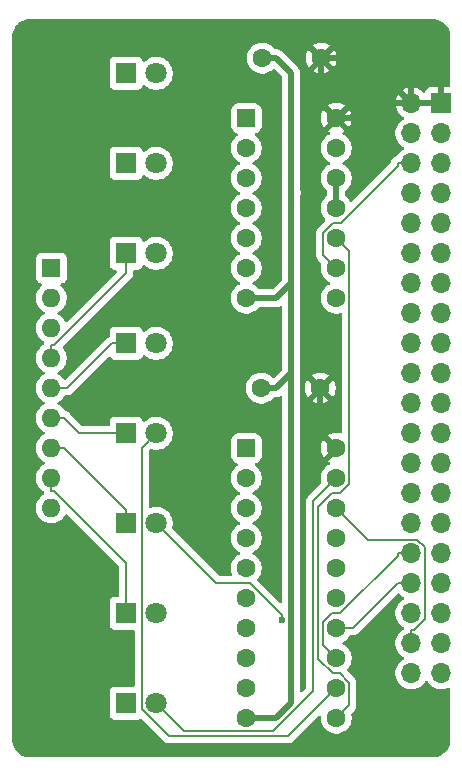
<source format=gbr>
%TF.GenerationSoftware,KiCad,Pcbnew,9.0.0*%
%TF.CreationDate,2025-05-01T21:38:04+02:00*%
%TF.ProjectId,tinyboard-blinkenlight,74696e79-626f-4617-9264-2d626c696e6b,rev?*%
%TF.SameCoordinates,Original*%
%TF.FileFunction,Copper,L2,Bot*%
%TF.FilePolarity,Positive*%
%FSLAX46Y46*%
G04 Gerber Fmt 4.6, Leading zero omitted, Abs format (unit mm)*
G04 Created by KiCad (PCBNEW 9.0.0) date 2025-05-01 21:38:04*
%MOMM*%
%LPD*%
G01*
G04 APERTURE LIST*
G04 Aperture macros list*
%AMRoundRect*
0 Rectangle with rounded corners*
0 $1 Rounding radius*
0 $2 $3 $4 $5 $6 $7 $8 $9 X,Y pos of 4 corners*
0 Add a 4 corners polygon primitive as box body*
4,1,4,$2,$3,$4,$5,$6,$7,$8,$9,$2,$3,0*
0 Add four circle primitives for the rounded corners*
1,1,$1+$1,$2,$3*
1,1,$1+$1,$4,$5*
1,1,$1+$1,$6,$7*
1,1,$1+$1,$8,$9*
0 Add four rect primitives between the rounded corners*
20,1,$1+$1,$2,$3,$4,$5,0*
20,1,$1+$1,$4,$5,$6,$7,0*
20,1,$1+$1,$6,$7,$8,$9,0*
20,1,$1+$1,$8,$9,$2,$3,0*%
G04 Aperture macros list end*
%TA.AperFunction,ComponentPad*%
%ADD10RoundRect,0.250000X-0.550000X-0.550000X0.550000X-0.550000X0.550000X0.550000X-0.550000X0.550000X0*%
%TD*%
%TA.AperFunction,ComponentPad*%
%ADD11C,1.600000*%
%TD*%
%TA.AperFunction,ComponentPad*%
%ADD12R,1.800000X1.800000*%
%TD*%
%TA.AperFunction,ComponentPad*%
%ADD13C,1.800000*%
%TD*%
%TA.AperFunction,ComponentPad*%
%ADD14R,1.600000X1.600000*%
%TD*%
%TA.AperFunction,ComponentPad*%
%ADD15O,1.600000X1.600000*%
%TD*%
%TA.AperFunction,ComponentPad*%
%ADD16R,1.700000X1.700000*%
%TD*%
%TA.AperFunction,ComponentPad*%
%ADD17O,1.700000X1.700000*%
%TD*%
%TA.AperFunction,ViaPad*%
%ADD18C,0.600000*%
%TD*%
%TA.AperFunction,Conductor*%
%ADD19C,0.500000*%
%TD*%
%TA.AperFunction,Conductor*%
%ADD20C,0.200000*%
%TD*%
G04 APERTURE END LIST*
D10*
%TO.P,U2,1*%
%TO.N,Net-(U2-Pad1)*%
X87630000Y-34290000D03*
D11*
%TO.P,U2,2*%
%TO.N,B1*%
X87630000Y-36830000D03*
%TO.P,U2,3*%
%TO.N,R{slash}~{W}*%
X87630000Y-39370000D03*
%TO.P,U2,4*%
%TO.N,Net-(U2-Pad4)*%
X87630000Y-41910000D03*
%TO.P,U2,5*%
%TO.N,Net-(U2-Pad1)*%
X87630000Y-44450000D03*
%TO.P,U2,6*%
X87630000Y-46990000D03*
%TO.P,U2,7,GND*%
%TO.N,GND*%
X87630000Y-49530000D03*
%TO.P,U2,8*%
%TO.N,Net-(U2-Pad4)*%
X95250000Y-49530000D03*
%TO.P,U2,9*%
%TO.N,CLK*%
X95250000Y-46990000D03*
%TO.P,U2,10*%
%TO.N,Net-(U1-Cp)*%
X95250000Y-44450000D03*
%TO.P,U2,11*%
%TO.N,GND*%
X95250000Y-41910000D03*
%TO.P,U2,12*%
X95250000Y-39370000D03*
%TO.P,U2,13*%
%TO.N,unconnected-(U2-Pad13)*%
X95250000Y-36830000D03*
%TO.P,U2,14,VCC*%
%TO.N,VCC*%
X95250000Y-34290000D03*
%TD*%
%TO.P,C2,1*%
%TO.N,VCC*%
X93900000Y-57150000D03*
%TO.P,C2,2*%
%TO.N,GND*%
X88900000Y-57150000D03*
%TD*%
D12*
%TO.P,D5,1,K*%
%TO.N,Net-(D5-K)*%
X77470000Y-60960000D03*
D13*
%TO.P,D5,2,A*%
%TO.N,Net-(D5-A)*%
X80010000Y-60960000D03*
%TD*%
D12*
%TO.P,D1,1,K*%
%TO.N,Net-(D1-K)*%
X77470000Y-30480000D03*
D13*
%TO.P,D1,2,A*%
%TO.N,Net-(D1-A)*%
X80010000Y-30480000D03*
%TD*%
D12*
%TO.P,D7,1,K*%
%TO.N,Net-(D7-K)*%
X77470000Y-76200000D03*
D13*
%TO.P,D7,2,A*%
%TO.N,Net-(D7-A)*%
X80010000Y-76200000D03*
%TD*%
D12*
%TO.P,D6,1,K*%
%TO.N,Net-(D6-K)*%
X77470000Y-68580000D03*
D13*
%TO.P,D6,2,A*%
%TO.N,Net-(D6-A)*%
X80010000Y-68580000D03*
%TD*%
D14*
%TO.P,RN1,1,R1*%
%TO.N,GND*%
X71120000Y-46975000D03*
D15*
%TO.P,RN1,2,R1.2*%
%TO.N,Net-(D1-K)*%
X71120000Y-49515000D03*
%TO.P,RN1,3,R2.2*%
%TO.N,Net-(D2-K)*%
X71120000Y-52055000D03*
%TO.P,RN1,4,R3.2*%
%TO.N,Net-(D3-K)*%
X71120000Y-54595000D03*
%TO.P,RN1,5,R4.2*%
%TO.N,Net-(D4-K)*%
X71120000Y-57135000D03*
%TO.P,RN1,6,R5.2*%
%TO.N,Net-(D5-K)*%
X71120000Y-59675000D03*
%TO.P,RN1,7,R6.2*%
%TO.N,Net-(D6-K)*%
X71120000Y-62215000D03*
%TO.P,RN1,8,R7.2*%
%TO.N,Net-(D7-K)*%
X71120000Y-64755000D03*
%TO.P,RN1,9,R8.2*%
%TO.N,Net-(D8-K)*%
X71120000Y-67295000D03*
%TD*%
D12*
%TO.P,D8,1,K*%
%TO.N,Net-(D8-K)*%
X77470000Y-83820000D03*
D13*
%TO.P,D8,2,A*%
%TO.N,Net-(D8-A)*%
X80010000Y-83820000D03*
%TD*%
D12*
%TO.P,D3,1,K*%
%TO.N,Net-(D3-K)*%
X77470000Y-45720000D03*
D13*
%TO.P,D3,2,A*%
%TO.N,Net-(D3-A)*%
X80010000Y-45720000D03*
%TD*%
D10*
%TO.P,U1,1,~{Mr}*%
%TO.N,~{RES}*%
X87630000Y-62230000D03*
D11*
%TO.P,U1,2,Q0*%
%TO.N,Net-(D1-A)*%
X87630000Y-64770000D03*
%TO.P,U1,3,D0*%
%TO.N,D0*%
X87630000Y-67310000D03*
%TO.P,U1,4,D1*%
%TO.N,D1*%
X87630000Y-69850000D03*
%TO.P,U1,5,Q1*%
%TO.N,Net-(D2-A)*%
X87630000Y-72390000D03*
%TO.P,U1,6,Q2*%
%TO.N,Net-(D3-A)*%
X87630000Y-74930000D03*
%TO.P,U1,7,D2*%
%TO.N,D2*%
X87630000Y-77470000D03*
%TO.P,U1,8,D3*%
%TO.N,D3*%
X87630000Y-80010000D03*
%TO.P,U1,9,Q3*%
%TO.N,Net-(D4-A)*%
X87630000Y-82550000D03*
%TO.P,U1,10,GND*%
%TO.N,GND*%
X87630000Y-85090000D03*
%TO.P,U1,11,Cp*%
%TO.N,Net-(U1-Cp)*%
X95250000Y-85090000D03*
%TO.P,U1,12,Q4*%
%TO.N,Net-(D5-A)*%
X95250000Y-82550000D03*
%TO.P,U1,13,D4*%
%TO.N,D4*%
X95250000Y-80010000D03*
%TO.P,U1,14,D5*%
%TO.N,D5*%
X95250000Y-77470000D03*
%TO.P,U1,15,Q5*%
%TO.N,Net-(D6-A)*%
X95250000Y-74930000D03*
%TO.P,U1,16,Q6*%
%TO.N,Net-(D7-A)*%
X95250000Y-72390000D03*
%TO.P,U1,17,D6*%
%TO.N,D6*%
X95250000Y-69850000D03*
%TO.P,U1,18,D7*%
%TO.N,D7*%
X95250000Y-67310000D03*
%TO.P,U1,19,Q7*%
%TO.N,Net-(D8-A)*%
X95250000Y-64770000D03*
%TO.P,U1,20,VCC*%
%TO.N,VCC*%
X95250000Y-62230000D03*
%TD*%
D12*
%TO.P,D4,1,K*%
%TO.N,Net-(D4-K)*%
X77470000Y-53340000D03*
D13*
%TO.P,D4,2,A*%
%TO.N,Net-(D4-A)*%
X80010000Y-53340000D03*
%TD*%
D11*
%TO.P,C1,1*%
%TO.N,VCC*%
X93980000Y-29210000D03*
%TO.P,C1,2*%
%TO.N,GND*%
X88980000Y-29210000D03*
%TD*%
D12*
%TO.P,D2,1,K*%
%TO.N,Net-(D2-K)*%
X77470000Y-38100000D03*
D13*
%TO.P,D2,2,A*%
%TO.N,Net-(D2-A)*%
X80010000Y-38100000D03*
%TD*%
D16*
%TO.P,J2,1,Pin_1*%
%TO.N,VCC*%
X104140000Y-33020000D03*
D17*
%TO.P,J2,2,Pin_2*%
X101600000Y-33020000D03*
%TO.P,J2,3,Pin_3*%
%TO.N,A0*%
X104140000Y-35560000D03*
%TO.P,J2,4,Pin_4*%
%TO.N,R{slash}~{W}*%
X101600000Y-35560000D03*
%TO.P,J2,5,Pin_5*%
%TO.N,A1*%
X104140000Y-38100000D03*
%TO.P,J2,6,Pin_6*%
%TO.N,CLK*%
X101600000Y-38100000D03*
%TO.P,J2,7,Pin_7*%
%TO.N,A2*%
X104140000Y-40640000D03*
%TO.P,J2,8,Pin_8*%
%TO.N,B2*%
X101600000Y-40640000D03*
%TO.P,J2,9,Pin_9*%
%TO.N,A3*%
X104140000Y-43180000D03*
%TO.P,J2,10,Pin_10*%
%TO.N,B1*%
X101600000Y-43180000D03*
%TO.P,J2,11,Pin_11*%
%TO.N,A4*%
X104140000Y-45720000D03*
%TO.P,J2,12,Pin_12*%
%TO.N,~{RES}*%
X101600000Y-45720000D03*
%TO.P,J2,13,Pin_13*%
%TO.N,A5*%
X104140000Y-48260000D03*
%TO.P,J2,14,Pin_14*%
%TO.N,~{NMI}*%
X101600000Y-48260000D03*
%TO.P,J2,15,Pin_15*%
%TO.N,A6*%
X104140000Y-50800000D03*
%TO.P,J2,16,Pin_16*%
%TO.N,~{IRQ}*%
X101600000Y-50800000D03*
%TO.P,J2,17,Pin_17*%
%TO.N,A7*%
X104140000Y-53340000D03*
%TO.P,J2,18,Pin_18*%
%TO.N,~{ROMCS}*%
X101600000Y-53340000D03*
%TO.P,J2,19,Pin_19*%
%TO.N,A8*%
X104140000Y-55880000D03*
%TO.P,J2,20,Pin_20*%
%TO.N,~{ACIACS}*%
X101600000Y-55880000D03*
%TO.P,J2,21,Pin_21*%
%TO.N,A9*%
X104140000Y-58420000D03*
%TO.P,J2,22,Pin_22*%
%TO.N,~{RAMCS}*%
X101600000Y-58420000D03*
%TO.P,J2,23,Pin_23*%
%TO.N,A10*%
X104140000Y-60960000D03*
%TO.P,J2,24,Pin_24*%
%TO.N,D0*%
X101600000Y-60960000D03*
%TO.P,J2,25,Pin_25*%
%TO.N,A11*%
X104140000Y-63500000D03*
%TO.P,J2,26,Pin_26*%
%TO.N,D1*%
X101600000Y-63500000D03*
%TO.P,J2,27,Pin_27*%
%TO.N,A12*%
X104140000Y-66040000D03*
%TO.P,J2,28,Pin_28*%
%TO.N,D2*%
X101600000Y-66040000D03*
%TO.P,J2,29,Pin_29*%
%TO.N,A13*%
X104140000Y-68580000D03*
%TO.P,J2,30,Pin_30*%
%TO.N,D3*%
X101600000Y-68580000D03*
%TO.P,J2,31,Pin_31*%
%TO.N,A14*%
X104140000Y-71120000D03*
%TO.P,J2,32,Pin_32*%
%TO.N,D4*%
X101600000Y-71120000D03*
%TO.P,J2,33,Pin_33*%
%TO.N,A15*%
X104140000Y-73660000D03*
%TO.P,J2,34,Pin_34*%
%TO.N,D5*%
X101600000Y-73660000D03*
%TO.P,J2,35,Pin_35*%
%TO.N,TxD1*%
X104140000Y-76200000D03*
%TO.P,J2,36,Pin_36*%
%TO.N,D6*%
X101600000Y-76200000D03*
%TO.P,J2,37,Pin_37*%
%TO.N,RxD1*%
X104140000Y-78740000D03*
%TO.P,J2,38,Pin_38*%
%TO.N,D7*%
X101600000Y-78740000D03*
%TO.P,J2,39,Pin_39*%
%TO.N,GND*%
X104140000Y-81280000D03*
%TO.P,J2,40,Pin_40*%
X101600000Y-81280000D03*
%TD*%
D18*
%TO.N,GND*%
X91440000Y-40640000D03*
%TO.N,Net-(D6-A)*%
X90672900Y-76784200D03*
%TD*%
D19*
%TO.N,GND*%
X91440000Y-30480000D02*
X91440000Y-40640000D01*
X90170000Y-57150000D02*
X88900000Y-57150000D01*
X91440000Y-55880000D02*
X91440000Y-83820000D01*
X95250000Y-39370000D02*
X95250000Y-41910000D01*
X91440000Y-55880000D02*
X90170000Y-57150000D01*
X90170000Y-29210000D02*
X91440000Y-30480000D01*
X91440000Y-40640000D02*
X91440000Y-48260000D01*
X88980000Y-29210000D02*
X90170000Y-29210000D01*
X91440000Y-83820000D02*
X90170000Y-85090000D01*
X91440000Y-48260000D02*
X90170000Y-49530000D01*
X90170000Y-49530000D02*
X87630000Y-49530000D01*
X90170000Y-85090000D02*
X87630000Y-85090000D01*
X91440000Y-48260000D02*
X91440000Y-55880000D01*
%TO.N,VCC*%
X101600000Y-33020000D02*
X97790000Y-29210000D01*
X95250000Y-62230000D02*
X93900000Y-60880000D01*
X97790000Y-33020000D02*
X101600000Y-33020000D01*
X92710000Y-34290000D02*
X93980000Y-33020000D01*
X92710000Y-55960000D02*
X92710000Y-34290000D01*
X93900000Y-57150000D02*
X92710000Y-55960000D01*
X93900000Y-60880000D02*
X93900000Y-57150000D01*
X104140000Y-33020000D02*
X101600000Y-33020000D01*
X96520000Y-34290000D02*
X97790000Y-33020000D01*
X93980000Y-29210000D02*
X93980000Y-33020000D01*
X97790000Y-29210000D02*
X93980000Y-29210000D01*
X93980000Y-33020000D02*
X95250000Y-34290000D01*
X95250000Y-34290000D02*
X96520000Y-34290000D01*
D20*
%TO.N,Net-(D3-K)*%
X71120000Y-54595000D02*
X71120000Y-53494900D01*
X77470000Y-45720000D02*
X77470000Y-47372800D01*
X77470000Y-47372800D02*
X71347900Y-53494900D01*
X71347900Y-53494900D02*
X71120000Y-53494900D01*
%TO.N,Net-(D4-K)*%
X76269900Y-53340000D02*
X72474900Y-57135000D01*
X72474900Y-57135000D02*
X71120000Y-57135000D01*
X77470000Y-53340000D02*
X76269900Y-53340000D01*
%TO.N,Net-(D5-A)*%
X80010000Y-60960000D02*
X78765800Y-62204200D01*
X78765800Y-62204200D02*
X78765800Y-84283200D01*
X81083200Y-86600600D02*
X91199400Y-86600600D01*
X78765800Y-84283200D02*
X81083200Y-86600600D01*
X91199400Y-86600600D02*
X95250000Y-82550000D01*
%TO.N,Net-(D5-K)*%
X77470000Y-60960000D02*
X73505100Y-60960000D01*
X73505100Y-60960000D02*
X72220100Y-59675000D01*
X71120000Y-59675000D02*
X72220100Y-59675000D01*
%TO.N,Net-(D6-A)*%
X85090000Y-73660000D02*
X87981400Y-73660000D01*
X80010000Y-68580000D02*
X85090000Y-73660000D01*
X90672900Y-76351500D02*
X90672900Y-76784200D01*
X87981400Y-73660000D02*
X90672900Y-76351500D01*
%TO.N,Net-(D6-K)*%
X77385000Y-67379900D02*
X72220100Y-62215000D01*
X77470000Y-67379900D02*
X77385000Y-67379900D01*
X71120000Y-62215000D02*
X72220100Y-62215000D01*
X77470000Y-68580000D02*
X77470000Y-67379900D01*
%TO.N,Net-(D7-K)*%
X71120000Y-64755000D02*
X71120000Y-65855100D01*
X71347900Y-65855100D02*
X71120000Y-65855100D01*
X77470000Y-71977200D02*
X71347900Y-65855100D01*
X77470000Y-76200000D02*
X77470000Y-71977200D01*
%TO.N,Net-(D8-A)*%
X82381900Y-86191900D02*
X80010000Y-83820000D01*
X93314000Y-82747700D02*
X89869800Y-86191900D01*
X93314000Y-66706000D02*
X93314000Y-82747700D01*
X89869800Y-86191900D02*
X82381900Y-86191900D01*
X95250000Y-64770000D02*
X93314000Y-66706000D01*
%TO.N,CLK*%
X95608200Y-43180000D02*
X100449900Y-38338300D01*
X95250000Y-46990000D02*
X94144500Y-45884500D01*
X94943400Y-43180000D02*
X95608200Y-43180000D01*
X101600000Y-38100000D02*
X100449900Y-38100000D01*
X100449900Y-38338300D02*
X100449900Y-38100000D01*
X94144500Y-45884500D02*
X94144500Y-43978900D01*
X94144500Y-43978900D02*
X94943400Y-43180000D01*
%TO.N,D4*%
X94138400Y-78898400D02*
X94138400Y-76980900D01*
X101600000Y-71120000D02*
X100449900Y-71120000D01*
X95250000Y-80010000D02*
X94138400Y-78898400D01*
X94138400Y-76980900D02*
X94919300Y-76200000D01*
X94919300Y-76200000D02*
X95567000Y-76200000D01*
X95567000Y-76200000D02*
X100449900Y-71317100D01*
X100449900Y-71317100D02*
X100449900Y-71120000D01*
%TO.N,D7*%
X102776200Y-76652000D02*
X101838300Y-77589900D01*
X97909800Y-69969800D02*
X102119300Y-69969800D01*
X101838300Y-77589900D02*
X101600000Y-77589900D01*
X102776200Y-70626700D02*
X102776200Y-76652000D01*
X95250000Y-67310000D02*
X97909800Y-69969800D01*
X101600000Y-78740000D02*
X101600000Y-77589900D01*
X102119300Y-69969800D02*
X102776200Y-70626700D01*
%TO.N,D5*%
X96639900Y-77470000D02*
X100449900Y-73660000D01*
X101600000Y-73660000D02*
X100449900Y-73660000D01*
X95250000Y-77470000D02*
X96639900Y-77470000D01*
%TO.N,Net-(U1-Cp)*%
X93717600Y-67243100D02*
X94920700Y-66040000D01*
X93717600Y-80056500D02*
X93717600Y-67243100D01*
X96350300Y-45550300D02*
X95250000Y-44450000D01*
X94920700Y-66040000D02*
X95546200Y-66040000D01*
X94941100Y-81280000D02*
X93717600Y-80056500D01*
X96355600Y-82078900D02*
X95556700Y-81280000D01*
X96350300Y-65235900D02*
X96350300Y-45550300D01*
X96355600Y-83984400D02*
X96355600Y-82078900D01*
X95546200Y-66040000D02*
X96350300Y-65235900D01*
X95556700Y-81280000D02*
X94941100Y-81280000D01*
X95250000Y-85090000D02*
X96355600Y-83984400D01*
%TD*%
%TA.AperFunction,Conductor*%
%TO.N,VCC*%
G36*
X103414418Y-25900816D02*
G01*
X103614561Y-25915130D01*
X103632063Y-25917647D01*
X103823797Y-25959355D01*
X103840755Y-25964334D01*
X104024609Y-26032909D01*
X104040701Y-26040259D01*
X104212904Y-26134288D01*
X104227784Y-26143849D01*
X104384867Y-26261441D01*
X104398237Y-26273027D01*
X104536972Y-26411762D01*
X104548558Y-26425132D01*
X104666146Y-26582210D01*
X104675711Y-26597095D01*
X104769740Y-26769298D01*
X104777090Y-26785390D01*
X104845662Y-26969236D01*
X104850646Y-26986212D01*
X104892351Y-27177931D01*
X104894869Y-27195442D01*
X104909184Y-27395580D01*
X104909500Y-27404427D01*
X104909500Y-31546000D01*
X104889815Y-31613039D01*
X104837011Y-31658794D01*
X104785500Y-31670000D01*
X104390000Y-31670000D01*
X104390000Y-32586988D01*
X104332993Y-32554075D01*
X104205826Y-32520000D01*
X104074174Y-32520000D01*
X103947007Y-32554075D01*
X103890000Y-32586988D01*
X103890000Y-31670000D01*
X103242155Y-31670000D01*
X103182627Y-31676401D01*
X103182620Y-31676403D01*
X103047913Y-31726645D01*
X103047906Y-31726649D01*
X102932812Y-31812809D01*
X102932809Y-31812812D01*
X102846649Y-31927906D01*
X102846646Y-31927911D01*
X102797385Y-32059987D01*
X102755513Y-32115920D01*
X102690049Y-32140337D01*
X102621776Y-32125485D01*
X102593522Y-32104334D01*
X102479464Y-31990276D01*
X102479459Y-31990272D01*
X102307557Y-31865379D01*
X102118215Y-31768903D01*
X101916124Y-31703241D01*
X101850000Y-31692768D01*
X101850000Y-32586988D01*
X101792993Y-32554075D01*
X101665826Y-32520000D01*
X101534174Y-32520000D01*
X101407007Y-32554075D01*
X101350000Y-32586988D01*
X101350000Y-31692768D01*
X101349999Y-31692768D01*
X101283875Y-31703241D01*
X101081784Y-31768903D01*
X100892442Y-31865379D01*
X100720540Y-31990272D01*
X100720535Y-31990276D01*
X100570276Y-32140535D01*
X100570272Y-32140540D01*
X100445379Y-32312442D01*
X100348904Y-32501782D01*
X100283242Y-32703870D01*
X100283242Y-32703873D01*
X100272769Y-32770000D01*
X101166988Y-32770000D01*
X101134075Y-32827007D01*
X101100000Y-32954174D01*
X101100000Y-33085826D01*
X101134075Y-33212993D01*
X101166988Y-33270000D01*
X100272769Y-33270000D01*
X100283242Y-33336126D01*
X100283242Y-33336129D01*
X100348904Y-33538217D01*
X100445379Y-33727557D01*
X100570272Y-33899459D01*
X100570276Y-33899464D01*
X100720535Y-34049723D01*
X100720540Y-34049727D01*
X100892444Y-34174622D01*
X100901495Y-34179234D01*
X100952292Y-34227208D01*
X100969087Y-34295029D01*
X100946550Y-34361164D01*
X100901499Y-34400202D01*
X100892182Y-34404949D01*
X100720213Y-34529890D01*
X100569890Y-34680213D01*
X100444951Y-34852179D01*
X100348444Y-35041585D01*
X100282753Y-35243760D01*
X100252827Y-35432710D01*
X100249500Y-35453713D01*
X100249500Y-35666287D01*
X100282754Y-35876243D01*
X100317370Y-35982781D01*
X100348444Y-36078414D01*
X100444951Y-36267820D01*
X100569890Y-36439786D01*
X100720213Y-36590109D01*
X100892182Y-36715050D01*
X100900946Y-36719516D01*
X100951742Y-36767491D01*
X100968536Y-36835312D01*
X100945998Y-36901447D01*
X100900946Y-36940484D01*
X100892182Y-36944949D01*
X100720213Y-37069890D01*
X100569890Y-37220213D01*
X100444948Y-37392184D01*
X100444947Y-37392185D01*
X100418403Y-37444281D01*
X100370429Y-37495077D01*
X100340013Y-37507760D01*
X100325648Y-37511610D01*
X100218114Y-37540423D01*
X100218109Y-37540426D01*
X100081190Y-37619475D01*
X100081182Y-37619481D01*
X99969381Y-37731282D01*
X99969375Y-37731290D01*
X99890326Y-37868209D01*
X99890323Y-37868216D01*
X99849400Y-38020943D01*
X99849400Y-38038202D01*
X99829715Y-38105241D01*
X99813081Y-38125883D01*
X96600530Y-41338433D01*
X96539207Y-41371918D01*
X96469515Y-41366934D01*
X96413582Y-41325062D01*
X96402364Y-41307046D01*
X96395716Y-41293999D01*
X96362287Y-41228390D01*
X96362286Y-41228388D01*
X96241971Y-41062786D01*
X96097217Y-40918032D01*
X96097212Y-40918028D01*
X96051615Y-40884900D01*
X96008949Y-40829571D01*
X96000500Y-40784582D01*
X96000500Y-40495416D01*
X96020185Y-40428377D01*
X96051613Y-40395099D01*
X96097219Y-40361966D01*
X96241966Y-40217219D01*
X96241968Y-40217215D01*
X96241971Y-40217213D01*
X96311445Y-40121588D01*
X96362287Y-40051610D01*
X96455220Y-39869219D01*
X96518477Y-39674534D01*
X96550500Y-39472352D01*
X96550500Y-39267648D01*
X96520931Y-39080959D01*
X96518477Y-39065465D01*
X96489127Y-38975137D01*
X96455220Y-38870781D01*
X96455218Y-38870778D01*
X96455218Y-38870776D01*
X96418674Y-38799056D01*
X96362287Y-38688390D01*
X96325391Y-38637606D01*
X96241971Y-38522786D01*
X96097213Y-38378028D01*
X95931614Y-38257715D01*
X95925006Y-38254348D01*
X95838917Y-38210483D01*
X95788123Y-38162511D01*
X95771328Y-38094690D01*
X95793865Y-38028555D01*
X95838917Y-37989516D01*
X95931610Y-37942287D01*
X96033561Y-37868216D01*
X96097213Y-37821971D01*
X96097215Y-37821968D01*
X96097219Y-37821966D01*
X96241966Y-37677219D01*
X96241968Y-37677215D01*
X96241971Y-37677213D01*
X96325389Y-37562396D01*
X96362287Y-37511610D01*
X96455220Y-37329219D01*
X96518477Y-37134534D01*
X96550500Y-36932352D01*
X96550500Y-36727648D01*
X96518477Y-36525466D01*
X96455220Y-36330781D01*
X96455218Y-36330778D01*
X96455218Y-36330776D01*
X96418674Y-36259056D01*
X96362287Y-36148390D01*
X96311447Y-36078414D01*
X96241971Y-35982786D01*
X96097213Y-35838028D01*
X95931611Y-35717713D01*
X95838369Y-35670203D01*
X95787574Y-35622229D01*
X95770779Y-35554407D01*
X95793317Y-35488273D01*
X95838371Y-35449234D01*
X95931346Y-35401861D01*
X95931347Y-35401861D01*
X95975921Y-35369474D01*
X95296447Y-34690000D01*
X95302661Y-34690000D01*
X95404394Y-34662741D01*
X95495606Y-34610080D01*
X95570080Y-34535606D01*
X95622741Y-34444394D01*
X95650000Y-34342661D01*
X95650000Y-34336447D01*
X96329474Y-35015921D01*
X96361859Y-34971349D01*
X96454755Y-34789031D01*
X96517990Y-34594417D01*
X96550000Y-34392317D01*
X96550000Y-34187682D01*
X96517990Y-33985582D01*
X96454755Y-33790968D01*
X96361859Y-33608650D01*
X96329474Y-33564077D01*
X96329474Y-33564076D01*
X95650000Y-34243551D01*
X95650000Y-34237339D01*
X95622741Y-34135606D01*
X95570080Y-34044394D01*
X95495606Y-33969920D01*
X95404394Y-33917259D01*
X95302661Y-33890000D01*
X95296446Y-33890000D01*
X95975922Y-33210524D01*
X95975921Y-33210523D01*
X95931359Y-33178147D01*
X95931350Y-33178141D01*
X95749031Y-33085244D01*
X95554417Y-33022009D01*
X95352317Y-32990000D01*
X95147683Y-32990000D01*
X94945582Y-33022009D01*
X94750968Y-33085244D01*
X94568644Y-33178143D01*
X94524077Y-33210523D01*
X94524077Y-33210524D01*
X95203554Y-33890000D01*
X95197339Y-33890000D01*
X95095606Y-33917259D01*
X95004394Y-33969920D01*
X94929920Y-34044394D01*
X94877259Y-34135606D01*
X94850000Y-34237339D01*
X94850000Y-34243553D01*
X94170524Y-33564077D01*
X94170523Y-33564077D01*
X94138143Y-33608644D01*
X94045244Y-33790968D01*
X93982009Y-33985582D01*
X93950000Y-34187682D01*
X93950000Y-34392317D01*
X93982009Y-34594417D01*
X94045244Y-34789031D01*
X94138141Y-34971350D01*
X94138147Y-34971359D01*
X94170523Y-35015921D01*
X94170524Y-35015922D01*
X94850000Y-34336446D01*
X94850000Y-34342661D01*
X94877259Y-34444394D01*
X94929920Y-34535606D01*
X95004394Y-34610080D01*
X95095606Y-34662741D01*
X95197339Y-34690000D01*
X95203553Y-34690000D01*
X94524076Y-35369474D01*
X94568652Y-35401861D01*
X94661628Y-35449234D01*
X94712425Y-35497208D01*
X94729220Y-35565029D01*
X94706683Y-35631164D01*
X94661630Y-35670203D01*
X94568388Y-35717713D01*
X94402786Y-35838028D01*
X94258028Y-35982786D01*
X94137715Y-36148386D01*
X94044781Y-36330776D01*
X93981522Y-36525465D01*
X93949500Y-36727648D01*
X93949500Y-36932351D01*
X93981522Y-37134534D01*
X94044781Y-37329223D01*
X94137715Y-37511613D01*
X94258028Y-37677213D01*
X94402786Y-37821971D01*
X94557749Y-37934556D01*
X94568390Y-37942287D01*
X94659840Y-37988883D01*
X94661080Y-37989515D01*
X94711876Y-38037490D01*
X94728671Y-38105311D01*
X94706134Y-38171446D01*
X94661080Y-38210485D01*
X94568386Y-38257715D01*
X94402786Y-38378028D01*
X94258028Y-38522786D01*
X94137715Y-38688386D01*
X94044781Y-38870776D01*
X93981522Y-39065465D01*
X93949500Y-39267648D01*
X93949500Y-39472351D01*
X93981522Y-39674534D01*
X94044781Y-39869223D01*
X94137715Y-40051613D01*
X94258028Y-40217213D01*
X94258034Y-40217219D01*
X94402781Y-40361966D01*
X94448384Y-40395098D01*
X94491050Y-40450425D01*
X94499500Y-40495416D01*
X94499500Y-40784582D01*
X94479815Y-40851621D01*
X94448385Y-40884900D01*
X94402787Y-40918028D01*
X94402782Y-40918032D01*
X94258028Y-41062786D01*
X94137715Y-41228386D01*
X94044781Y-41410776D01*
X93981522Y-41605465D01*
X93949500Y-41807648D01*
X93949500Y-42012351D01*
X93981522Y-42214534D01*
X94044781Y-42409223D01*
X94137715Y-42591613D01*
X94258028Y-42757213D01*
X94299808Y-42798993D01*
X94333293Y-42860316D01*
X94328309Y-42930008D01*
X94299808Y-42974355D01*
X93779209Y-43494954D01*
X93779203Y-43494960D01*
X93775786Y-43498378D01*
X93775784Y-43498380D01*
X93663980Y-43610184D01*
X93634919Y-43660520D01*
X93584923Y-43747115D01*
X93543999Y-43899843D01*
X93543999Y-43899845D01*
X93543999Y-44067946D01*
X93544000Y-44067959D01*
X93544000Y-45797830D01*
X93543999Y-45797848D01*
X93543999Y-45963554D01*
X93543998Y-45963554D01*
X93553237Y-45998034D01*
X93584923Y-46116285D01*
X93591180Y-46127123D01*
X93613858Y-46166400D01*
X93613859Y-46166404D01*
X93613860Y-46166404D01*
X93663979Y-46253214D01*
X93663981Y-46253217D01*
X93782849Y-46372085D01*
X93782855Y-46372090D01*
X93955922Y-46545157D01*
X93989407Y-46606480D01*
X93986173Y-46671155D01*
X93981522Y-46685468D01*
X93949500Y-46887648D01*
X93949500Y-47092351D01*
X93981522Y-47294534D01*
X94044781Y-47489223D01*
X94103562Y-47604585D01*
X94112546Y-47622218D01*
X94137715Y-47671613D01*
X94258028Y-47837213D01*
X94402786Y-47981971D01*
X94557749Y-48094556D01*
X94568390Y-48102287D01*
X94627773Y-48132544D01*
X94661080Y-48149515D01*
X94711876Y-48197490D01*
X94728671Y-48265311D01*
X94706134Y-48331446D01*
X94661080Y-48370485D01*
X94568386Y-48417715D01*
X94402786Y-48538028D01*
X94258028Y-48682786D01*
X94137715Y-48848386D01*
X94044781Y-49030776D01*
X93981522Y-49225465D01*
X93949500Y-49427648D01*
X93949500Y-49632351D01*
X93981522Y-49834534D01*
X94044781Y-50029223D01*
X94087444Y-50112952D01*
X94130864Y-50198169D01*
X94137715Y-50211613D01*
X94258028Y-50377213D01*
X94402786Y-50521971D01*
X94547740Y-50627284D01*
X94568390Y-50642287D01*
X94669319Y-50693713D01*
X94750776Y-50735218D01*
X94750778Y-50735218D01*
X94750781Y-50735220D01*
X94855137Y-50769127D01*
X94945465Y-50798477D01*
X95046557Y-50814488D01*
X95147648Y-50830500D01*
X95147649Y-50830500D01*
X95352351Y-50830500D01*
X95352352Y-50830500D01*
X95554534Y-50798477D01*
X95587481Y-50787772D01*
X95657323Y-50785777D01*
X95717156Y-50821857D01*
X95747984Y-50884558D01*
X95749800Y-50905703D01*
X95749800Y-60854821D01*
X95730115Y-60921860D01*
X95677311Y-60967615D01*
X95608153Y-60977559D01*
X95587484Y-60972753D01*
X95554418Y-60962010D01*
X95352317Y-60930000D01*
X95147683Y-60930000D01*
X94945582Y-60962009D01*
X94750968Y-61025244D01*
X94568644Y-61118143D01*
X94524077Y-61150523D01*
X94524077Y-61150524D01*
X95203553Y-61830000D01*
X95197339Y-61830000D01*
X95095606Y-61857259D01*
X95004394Y-61909920D01*
X94929920Y-61984394D01*
X94877259Y-62075606D01*
X94850000Y-62177339D01*
X94850000Y-62183553D01*
X94170524Y-61504077D01*
X94170523Y-61504077D01*
X94138143Y-61548644D01*
X94045244Y-61730968D01*
X93982009Y-61925582D01*
X93950000Y-62127682D01*
X93950000Y-62332317D01*
X93982009Y-62534417D01*
X94045244Y-62729031D01*
X94138141Y-62911350D01*
X94138147Y-62911359D01*
X94170523Y-62955921D01*
X94170524Y-62955922D01*
X94850000Y-62276446D01*
X94850000Y-62282661D01*
X94877259Y-62384394D01*
X94929920Y-62475606D01*
X95004394Y-62550080D01*
X95095606Y-62602741D01*
X95197339Y-62630000D01*
X95203552Y-62630000D01*
X94524076Y-63309474D01*
X94568652Y-63341861D01*
X94661628Y-63389234D01*
X94712425Y-63437208D01*
X94729220Y-63505029D01*
X94706683Y-63571164D01*
X94661630Y-63610203D01*
X94568388Y-63657713D01*
X94402786Y-63778028D01*
X94258028Y-63922786D01*
X94137715Y-64088386D01*
X94044781Y-64270776D01*
X93981522Y-64465465D01*
X93949500Y-64667648D01*
X93949500Y-64872351D01*
X93981522Y-65074534D01*
X93986173Y-65088848D01*
X93988165Y-65158690D01*
X93955921Y-65214842D01*
X92945286Y-66225478D01*
X92833481Y-66337282D01*
X92833479Y-66337285D01*
X92788799Y-66414675D01*
X92788798Y-66414676D01*
X92761022Y-66462786D01*
X92754423Y-66474215D01*
X92713499Y-66626943D01*
X92713499Y-66626945D01*
X92713499Y-66795046D01*
X92713500Y-66795059D01*
X92713500Y-82447603D01*
X92693815Y-82514642D01*
X92677181Y-82535284D01*
X92402181Y-82810284D01*
X92340858Y-82843769D01*
X92271166Y-82838785D01*
X92215233Y-82796913D01*
X92190816Y-82731449D01*
X92190500Y-82722603D01*
X92190500Y-57047682D01*
X92600000Y-57047682D01*
X92600000Y-57252317D01*
X92632009Y-57454417D01*
X92695244Y-57649031D01*
X92788141Y-57831350D01*
X92788147Y-57831359D01*
X92820523Y-57875921D01*
X92820524Y-57875922D01*
X93500000Y-57196446D01*
X93500000Y-57202661D01*
X93527259Y-57304394D01*
X93579920Y-57395606D01*
X93654394Y-57470080D01*
X93745606Y-57522741D01*
X93847339Y-57550000D01*
X93853553Y-57550000D01*
X93174076Y-58229474D01*
X93218650Y-58261859D01*
X93400968Y-58354755D01*
X93595582Y-58417990D01*
X93797683Y-58450000D01*
X94002317Y-58450000D01*
X94204417Y-58417990D01*
X94399031Y-58354755D01*
X94581349Y-58261859D01*
X94625921Y-58229474D01*
X93946447Y-57550000D01*
X93952661Y-57550000D01*
X94054394Y-57522741D01*
X94145606Y-57470080D01*
X94220080Y-57395606D01*
X94272741Y-57304394D01*
X94300000Y-57202661D01*
X94300000Y-57196447D01*
X94979474Y-57875921D01*
X95011859Y-57831349D01*
X95104755Y-57649031D01*
X95167990Y-57454417D01*
X95200000Y-57252317D01*
X95200000Y-57047682D01*
X95167990Y-56845582D01*
X95104755Y-56650968D01*
X95011859Y-56468650D01*
X94979474Y-56424077D01*
X94979474Y-56424076D01*
X94300000Y-57103551D01*
X94300000Y-57097339D01*
X94272741Y-56995606D01*
X94220080Y-56904394D01*
X94145606Y-56829920D01*
X94054394Y-56777259D01*
X93952661Y-56750000D01*
X93946446Y-56750000D01*
X94625922Y-56070524D01*
X94625921Y-56070523D01*
X94581359Y-56038147D01*
X94581350Y-56038141D01*
X94399031Y-55945244D01*
X94204417Y-55882009D01*
X94002317Y-55850000D01*
X93797683Y-55850000D01*
X93595582Y-55882009D01*
X93400968Y-55945244D01*
X93218644Y-56038143D01*
X93174077Y-56070523D01*
X93174077Y-56070524D01*
X93853554Y-56750000D01*
X93847339Y-56750000D01*
X93745606Y-56777259D01*
X93654394Y-56829920D01*
X93579920Y-56904394D01*
X93527259Y-56995606D01*
X93500000Y-57097339D01*
X93500000Y-57103553D01*
X92820524Y-56424077D01*
X92820523Y-56424077D01*
X92788143Y-56468644D01*
X92695244Y-56650968D01*
X92632009Y-56845582D01*
X92600000Y-57047682D01*
X92190500Y-57047682D01*
X92190500Y-40944604D01*
X92199939Y-40897151D01*
X92209737Y-40873497D01*
X92240500Y-40718842D01*
X92240500Y-40561158D01*
X92240500Y-40561155D01*
X92240499Y-40561153D01*
X92209739Y-40406511D01*
X92209738Y-40406508D01*
X92209737Y-40406503D01*
X92199937Y-40382844D01*
X92190500Y-40335396D01*
X92190500Y-30406079D01*
X92162717Y-30266407D01*
X92162717Y-30266406D01*
X92161660Y-30261096D01*
X92161659Y-30261093D01*
X92161658Y-30261087D01*
X92161656Y-30261082D01*
X92105087Y-30124511D01*
X92105080Y-30124498D01*
X92022952Y-30001585D01*
X92022951Y-30001584D01*
X91918416Y-29897049D01*
X91584920Y-29563553D01*
X91211865Y-29190497D01*
X91129050Y-29107682D01*
X92680000Y-29107682D01*
X92680000Y-29312317D01*
X92712009Y-29514417D01*
X92775244Y-29709031D01*
X92868141Y-29891350D01*
X92868147Y-29891359D01*
X92900523Y-29935921D01*
X92900524Y-29935922D01*
X93580000Y-29256446D01*
X93580000Y-29262661D01*
X93607259Y-29364394D01*
X93659920Y-29455606D01*
X93734394Y-29530080D01*
X93825606Y-29582741D01*
X93927339Y-29610000D01*
X93933553Y-29610000D01*
X93254076Y-30289474D01*
X93298650Y-30321859D01*
X93480968Y-30414755D01*
X93675582Y-30477990D01*
X93877683Y-30510000D01*
X94082317Y-30510000D01*
X94284417Y-30477990D01*
X94479031Y-30414755D01*
X94661349Y-30321859D01*
X94705921Y-30289474D01*
X94026447Y-29610000D01*
X94032661Y-29610000D01*
X94134394Y-29582741D01*
X94225606Y-29530080D01*
X94300080Y-29455606D01*
X94352741Y-29364394D01*
X94380000Y-29262661D01*
X94380000Y-29256447D01*
X95059474Y-29935921D01*
X95091859Y-29891349D01*
X95184755Y-29709031D01*
X95247990Y-29514417D01*
X95280000Y-29312317D01*
X95280000Y-29107682D01*
X95247990Y-28905582D01*
X95184755Y-28710968D01*
X95091859Y-28528650D01*
X95059474Y-28484077D01*
X95059474Y-28484076D01*
X94380000Y-29163551D01*
X94380000Y-29157339D01*
X94352741Y-29055606D01*
X94300080Y-28964394D01*
X94225606Y-28889920D01*
X94134394Y-28837259D01*
X94032661Y-28810000D01*
X94026446Y-28810000D01*
X94705922Y-28130524D01*
X94705921Y-28130523D01*
X94661359Y-28098147D01*
X94661350Y-28098141D01*
X94479031Y-28005244D01*
X94284417Y-27942009D01*
X94082317Y-27910000D01*
X93877683Y-27910000D01*
X93675582Y-27942009D01*
X93480968Y-28005244D01*
X93298644Y-28098143D01*
X93254077Y-28130523D01*
X93254077Y-28130524D01*
X93933554Y-28810000D01*
X93927339Y-28810000D01*
X93825606Y-28837259D01*
X93734394Y-28889920D01*
X93659920Y-28964394D01*
X93607259Y-29055606D01*
X93580000Y-29157339D01*
X93580000Y-29163553D01*
X92900524Y-28484077D01*
X92900523Y-28484077D01*
X92868143Y-28528644D01*
X92775244Y-28710968D01*
X92712009Y-28905582D01*
X92680000Y-29107682D01*
X91129050Y-29107682D01*
X90648421Y-28627052D01*
X90648414Y-28627046D01*
X90574729Y-28577812D01*
X90574729Y-28577813D01*
X90525491Y-28544913D01*
X90388917Y-28488343D01*
X90388907Y-28488340D01*
X90243920Y-28459500D01*
X90243918Y-28459500D01*
X90105418Y-28459500D01*
X90073211Y-28450043D01*
X90040775Y-28441317D01*
X90039506Y-28440146D01*
X90038379Y-28439815D01*
X90013581Y-28418819D01*
X90009056Y-28413831D01*
X89971966Y-28362781D01*
X89827219Y-28218034D01*
X89827213Y-28218028D01*
X89661613Y-28097715D01*
X89661612Y-28097714D01*
X89661610Y-28097713D01*
X89604653Y-28068691D01*
X89479223Y-28004781D01*
X89284534Y-27941522D01*
X89109995Y-27913878D01*
X89082352Y-27909500D01*
X88877648Y-27909500D01*
X88853329Y-27913351D01*
X88675465Y-27941522D01*
X88480776Y-28004781D01*
X88298386Y-28097715D01*
X88132786Y-28218028D01*
X87988028Y-28362786D01*
X87867715Y-28528386D01*
X87774781Y-28710776D01*
X87711522Y-28905465D01*
X87679500Y-29107648D01*
X87679500Y-29312351D01*
X87711522Y-29514534D01*
X87774781Y-29709223D01*
X87838691Y-29834653D01*
X87867585Y-29891359D01*
X87867715Y-29891613D01*
X87988028Y-30057213D01*
X88132786Y-30201971D01*
X88253226Y-30289474D01*
X88298390Y-30322287D01*
X88414607Y-30381503D01*
X88480776Y-30415218D01*
X88480778Y-30415218D01*
X88480781Y-30415220D01*
X88585137Y-30449127D01*
X88675465Y-30478477D01*
X88776557Y-30494488D01*
X88877648Y-30510500D01*
X88877649Y-30510500D01*
X89082351Y-30510500D01*
X89082352Y-30510500D01*
X89284534Y-30478477D01*
X89479219Y-30415220D01*
X89661610Y-30322287D01*
X89754590Y-30254732D01*
X89827213Y-30201971D01*
X89827215Y-30201968D01*
X89827219Y-30201966D01*
X89876227Y-30152957D01*
X89937549Y-30119472D01*
X90007240Y-30124456D01*
X90051589Y-30152957D01*
X90653181Y-30754548D01*
X90686666Y-30815871D01*
X90689500Y-30842229D01*
X90689500Y-40335396D01*
X90680062Y-40382844D01*
X90674988Y-40395096D01*
X90670262Y-40406506D01*
X90670260Y-40406511D01*
X90639500Y-40561153D01*
X90639500Y-40718846D01*
X90670261Y-40873489D01*
X90670263Y-40873497D01*
X90680061Y-40897151D01*
X90689500Y-40944604D01*
X90689500Y-47897770D01*
X90669815Y-47964809D01*
X90653181Y-47985451D01*
X89895451Y-48743181D01*
X89834128Y-48776666D01*
X89807770Y-48779500D01*
X88755418Y-48779500D01*
X88688379Y-48759815D01*
X88655100Y-48728385D01*
X88621971Y-48682787D01*
X88621967Y-48682782D01*
X88477213Y-48538028D01*
X88311614Y-48417715D01*
X88282171Y-48402713D01*
X88218917Y-48370483D01*
X88168123Y-48322511D01*
X88151328Y-48254690D01*
X88173865Y-48188555D01*
X88218917Y-48149516D01*
X88311610Y-48102287D01*
X88332770Y-48086913D01*
X88477213Y-47981971D01*
X88477215Y-47981968D01*
X88477219Y-47981966D01*
X88621966Y-47837219D01*
X88621968Y-47837215D01*
X88621971Y-47837213D01*
X88691445Y-47741588D01*
X88742287Y-47671610D01*
X88835220Y-47489219D01*
X88898477Y-47294534D01*
X88930500Y-47092352D01*
X88930500Y-46887648D01*
X88898477Y-46685466D01*
X88892760Y-46667872D01*
X88852888Y-46545157D01*
X88835220Y-46490781D01*
X88835218Y-46490778D01*
X88835218Y-46490776D01*
X88798674Y-46419056D01*
X88742287Y-46308390D01*
X88705391Y-46257606D01*
X88621971Y-46142786D01*
X88477213Y-45998028D01*
X88311614Y-45877715D01*
X88305006Y-45874348D01*
X88218917Y-45830483D01*
X88168123Y-45782511D01*
X88151328Y-45714690D01*
X88173865Y-45648555D01*
X88218917Y-45609516D01*
X88311610Y-45562287D01*
X88436920Y-45471245D01*
X88477213Y-45441971D01*
X88477215Y-45441968D01*
X88477219Y-45441966D01*
X88621966Y-45297219D01*
X88621968Y-45297215D01*
X88621971Y-45297213D01*
X88691445Y-45201588D01*
X88742287Y-45131610D01*
X88835220Y-44949219D01*
X88898477Y-44754534D01*
X88930500Y-44552352D01*
X88930500Y-44347648D01*
X88898477Y-44145466D01*
X88835220Y-43950781D01*
X88835218Y-43950778D01*
X88835218Y-43950776D01*
X88798674Y-43879056D01*
X88742287Y-43768390D01*
X88726830Y-43747115D01*
X88621971Y-43602786D01*
X88477213Y-43458028D01*
X88311614Y-43337715D01*
X88305006Y-43334348D01*
X88218917Y-43290483D01*
X88168123Y-43242511D01*
X88151328Y-43174690D01*
X88173865Y-43108555D01*
X88218917Y-43069516D01*
X88311610Y-43022287D01*
X88332770Y-43006913D01*
X88477213Y-42901971D01*
X88477215Y-42901968D01*
X88477219Y-42901966D01*
X88621966Y-42757219D01*
X88621968Y-42757215D01*
X88621971Y-42757213D01*
X88691445Y-42661588D01*
X88742287Y-42591610D01*
X88835220Y-42409219D01*
X88898477Y-42214534D01*
X88930500Y-42012352D01*
X88930500Y-41807648D01*
X88898477Y-41605466D01*
X88835220Y-41410781D01*
X88835218Y-41410778D01*
X88835218Y-41410776D01*
X88782364Y-41307046D01*
X88742287Y-41228390D01*
X88691447Y-41158414D01*
X88621971Y-41062786D01*
X88477213Y-40918028D01*
X88311614Y-40797715D01*
X88285839Y-40784582D01*
X88218917Y-40750483D01*
X88168123Y-40702511D01*
X88151328Y-40634690D01*
X88173865Y-40568555D01*
X88218917Y-40529516D01*
X88311610Y-40482287D01*
X88355465Y-40450425D01*
X88477213Y-40361971D01*
X88477215Y-40361968D01*
X88477219Y-40361966D01*
X88621966Y-40217219D01*
X88621968Y-40217215D01*
X88621971Y-40217213D01*
X88691445Y-40121588D01*
X88742287Y-40051610D01*
X88835220Y-39869219D01*
X88898477Y-39674534D01*
X88930500Y-39472352D01*
X88930500Y-39267648D01*
X88900931Y-39080959D01*
X88898477Y-39065465D01*
X88869127Y-38975137D01*
X88835220Y-38870781D01*
X88835218Y-38870778D01*
X88835218Y-38870776D01*
X88798674Y-38799056D01*
X88742287Y-38688390D01*
X88705391Y-38637606D01*
X88621971Y-38522786D01*
X88477213Y-38378028D01*
X88311614Y-38257715D01*
X88305006Y-38254348D01*
X88218917Y-38210483D01*
X88168123Y-38162511D01*
X88151328Y-38094690D01*
X88173865Y-38028555D01*
X88218917Y-37989516D01*
X88311610Y-37942287D01*
X88413561Y-37868216D01*
X88477213Y-37821971D01*
X88477215Y-37821968D01*
X88477219Y-37821966D01*
X88621966Y-37677219D01*
X88621968Y-37677215D01*
X88621971Y-37677213D01*
X88705389Y-37562396D01*
X88742287Y-37511610D01*
X88835220Y-37329219D01*
X88898477Y-37134534D01*
X88930500Y-36932352D01*
X88930500Y-36727648D01*
X88898477Y-36525466D01*
X88835220Y-36330781D01*
X88835218Y-36330778D01*
X88835218Y-36330776D01*
X88798674Y-36259056D01*
X88742287Y-36148390D01*
X88691447Y-36078414D01*
X88621971Y-35982786D01*
X88477219Y-35838034D01*
X88477211Y-35838028D01*
X88383547Y-35769978D01*
X88340882Y-35714649D01*
X88334903Y-35645036D01*
X88367508Y-35583240D01*
X88417426Y-35551955D01*
X88499334Y-35524814D01*
X88648656Y-35432712D01*
X88772712Y-35308656D01*
X88864814Y-35159334D01*
X88919999Y-34992797D01*
X88930500Y-34890009D01*
X88930499Y-33689992D01*
X88919999Y-33587203D01*
X88864814Y-33420666D01*
X88772712Y-33271344D01*
X88648656Y-33147288D01*
X88499334Y-33055186D01*
X88332797Y-33000001D01*
X88332795Y-33000000D01*
X88230010Y-32989500D01*
X87029998Y-32989500D01*
X87029981Y-32989501D01*
X86927203Y-33000000D01*
X86927200Y-33000001D01*
X86760668Y-33055185D01*
X86760663Y-33055187D01*
X86611342Y-33147289D01*
X86487289Y-33271342D01*
X86395187Y-33420663D01*
X86395186Y-33420666D01*
X86340001Y-33587203D01*
X86340001Y-33587204D01*
X86340000Y-33587204D01*
X86329500Y-33689983D01*
X86329500Y-34890001D01*
X86329501Y-34890018D01*
X86340000Y-34992796D01*
X86340001Y-34992799D01*
X86395185Y-35159331D01*
X86395186Y-35159334D01*
X86487288Y-35308656D01*
X86611344Y-35432712D01*
X86760666Y-35524814D01*
X86842570Y-35551954D01*
X86900015Y-35591727D01*
X86926838Y-35656243D01*
X86914523Y-35725018D01*
X86876451Y-35769978D01*
X86782787Y-35838028D01*
X86782782Y-35838032D01*
X86638028Y-35982786D01*
X86517715Y-36148386D01*
X86424781Y-36330776D01*
X86361522Y-36525465D01*
X86329500Y-36727648D01*
X86329500Y-36932351D01*
X86361522Y-37134534D01*
X86424781Y-37329223D01*
X86517715Y-37511613D01*
X86638028Y-37677213D01*
X86782786Y-37821971D01*
X86937749Y-37934556D01*
X86948390Y-37942287D01*
X87039840Y-37988883D01*
X87041080Y-37989515D01*
X87091876Y-38037490D01*
X87108671Y-38105311D01*
X87086134Y-38171446D01*
X87041080Y-38210485D01*
X86948386Y-38257715D01*
X86782786Y-38378028D01*
X86638028Y-38522786D01*
X86517715Y-38688386D01*
X86424781Y-38870776D01*
X86361522Y-39065465D01*
X86329500Y-39267648D01*
X86329500Y-39472351D01*
X86361522Y-39674534D01*
X86424781Y-39869223D01*
X86517715Y-40051613D01*
X86638028Y-40217213D01*
X86782786Y-40361971D01*
X86904535Y-40450425D01*
X86948390Y-40482287D01*
X87039840Y-40528883D01*
X87041080Y-40529515D01*
X87091876Y-40577490D01*
X87108671Y-40645311D01*
X87086134Y-40711446D01*
X87041080Y-40750485D01*
X86948386Y-40797715D01*
X86782786Y-40918028D01*
X86638028Y-41062786D01*
X86517715Y-41228386D01*
X86424781Y-41410776D01*
X86361522Y-41605465D01*
X86329500Y-41807648D01*
X86329500Y-42012351D01*
X86361522Y-42214534D01*
X86424781Y-42409223D01*
X86517715Y-42591613D01*
X86638028Y-42757213D01*
X86782786Y-42901971D01*
X86937749Y-43014556D01*
X86948390Y-43022287D01*
X87039840Y-43068883D01*
X87041080Y-43069515D01*
X87091876Y-43117490D01*
X87108671Y-43185311D01*
X87086134Y-43251446D01*
X87041080Y-43290485D01*
X86948386Y-43337715D01*
X86782786Y-43458028D01*
X86638028Y-43602786D01*
X86517715Y-43768386D01*
X86424781Y-43950776D01*
X86361522Y-44145465D01*
X86329500Y-44347648D01*
X86329500Y-44552351D01*
X86361522Y-44754534D01*
X86424781Y-44949223D01*
X86517715Y-45131613D01*
X86638028Y-45297213D01*
X86782786Y-45441971D01*
X86937749Y-45554556D01*
X86948390Y-45562287D01*
X87039840Y-45608883D01*
X87041080Y-45609515D01*
X87091876Y-45657490D01*
X87108671Y-45725311D01*
X87086134Y-45791446D01*
X87041080Y-45830485D01*
X86948386Y-45877715D01*
X86782786Y-45998028D01*
X86638028Y-46142786D01*
X86517715Y-46308386D01*
X86424781Y-46490776D01*
X86361522Y-46685465D01*
X86329500Y-46887648D01*
X86329500Y-47092351D01*
X86361522Y-47294534D01*
X86424781Y-47489223D01*
X86483562Y-47604585D01*
X86492546Y-47622218D01*
X86517715Y-47671613D01*
X86638028Y-47837213D01*
X86782786Y-47981971D01*
X86937749Y-48094556D01*
X86948390Y-48102287D01*
X87007773Y-48132544D01*
X87041080Y-48149515D01*
X87091876Y-48197490D01*
X87108671Y-48265311D01*
X87086134Y-48331446D01*
X87041080Y-48370485D01*
X86948386Y-48417715D01*
X86782786Y-48538028D01*
X86638028Y-48682786D01*
X86517715Y-48848386D01*
X86424781Y-49030776D01*
X86361522Y-49225465D01*
X86329500Y-49427648D01*
X86329500Y-49632351D01*
X86361522Y-49834534D01*
X86424781Y-50029223D01*
X86467444Y-50112952D01*
X86510864Y-50198169D01*
X86517715Y-50211613D01*
X86638028Y-50377213D01*
X86782786Y-50521971D01*
X86927740Y-50627284D01*
X86948390Y-50642287D01*
X87049319Y-50693713D01*
X87130776Y-50735218D01*
X87130778Y-50735218D01*
X87130781Y-50735220D01*
X87235137Y-50769127D01*
X87325465Y-50798477D01*
X87426557Y-50814488D01*
X87527648Y-50830500D01*
X87527649Y-50830500D01*
X87732351Y-50830500D01*
X87732352Y-50830500D01*
X87934534Y-50798477D01*
X88129219Y-50735220D01*
X88311610Y-50642287D01*
X88404590Y-50574732D01*
X88477213Y-50521971D01*
X88477215Y-50521968D01*
X88477219Y-50521966D01*
X88621966Y-50377219D01*
X88632864Y-50362219D01*
X88655100Y-50331615D01*
X88710429Y-50288949D01*
X88755418Y-50280500D01*
X90243920Y-50280500D01*
X90341462Y-50261096D01*
X90388913Y-50251658D01*
X90518047Y-50198168D01*
X90587517Y-50190700D01*
X90649996Y-50221975D01*
X90685648Y-50282064D01*
X90689500Y-50312730D01*
X90689500Y-55517769D01*
X90669815Y-55584808D01*
X90653181Y-55605450D01*
X90011589Y-56247042D01*
X89950266Y-56280527D01*
X89880574Y-56275543D01*
X89836227Y-56247042D01*
X89747213Y-56158028D01*
X89581613Y-56037715D01*
X89581612Y-56037714D01*
X89581610Y-56037713D01*
X89524653Y-56008691D01*
X89399223Y-55944781D01*
X89204534Y-55881522D01*
X89029995Y-55853878D01*
X89002352Y-55849500D01*
X88797648Y-55849500D01*
X88773329Y-55853351D01*
X88595465Y-55881522D01*
X88400776Y-55944781D01*
X88218386Y-56037715D01*
X88052786Y-56158028D01*
X87908028Y-56302786D01*
X87787715Y-56468386D01*
X87694781Y-56650776D01*
X87631522Y-56845465D01*
X87599500Y-57047648D01*
X87599500Y-57252351D01*
X87631522Y-57454534D01*
X87694781Y-57649223D01*
X87747358Y-57752409D01*
X87787585Y-57831359D01*
X87787715Y-57831613D01*
X87908028Y-57997213D01*
X88052786Y-58141971D01*
X88173226Y-58229474D01*
X88218390Y-58262287D01*
X88319319Y-58313713D01*
X88400776Y-58355218D01*
X88400778Y-58355218D01*
X88400781Y-58355220D01*
X88505137Y-58389127D01*
X88595465Y-58418477D01*
X88696557Y-58434488D01*
X88797648Y-58450500D01*
X88797649Y-58450500D01*
X89002351Y-58450500D01*
X89002352Y-58450500D01*
X89204534Y-58418477D01*
X89399219Y-58355220D01*
X89581610Y-58262287D01*
X89674590Y-58194732D01*
X89747213Y-58141971D01*
X89747215Y-58141968D01*
X89747219Y-58141966D01*
X89891966Y-57997219D01*
X89902864Y-57982219D01*
X89925100Y-57951615D01*
X89980429Y-57908949D01*
X90025418Y-57900500D01*
X90243920Y-57900500D01*
X90341462Y-57881096D01*
X90388913Y-57871658D01*
X90518047Y-57818168D01*
X90587517Y-57810700D01*
X90649996Y-57841975D01*
X90685648Y-57902064D01*
X90689500Y-57932730D01*
X90689500Y-75219502D01*
X90669815Y-75286541D01*
X90617011Y-75332296D01*
X90547853Y-75342240D01*
X90484297Y-75313215D01*
X90477819Y-75307183D01*
X88602591Y-73431955D01*
X88569106Y-73370632D01*
X88574090Y-73300940D01*
X88602591Y-73256593D01*
X88621966Y-73237219D01*
X88621968Y-73237215D01*
X88621971Y-73237213D01*
X88721353Y-73100423D01*
X88742287Y-73071610D01*
X88835220Y-72889219D01*
X88898477Y-72694534D01*
X88930500Y-72492352D01*
X88930500Y-72287648D01*
X88921407Y-72230235D01*
X88898477Y-72085465D01*
X88835218Y-71890776D01*
X88761152Y-71745415D01*
X88742287Y-71708390D01*
X88696030Y-71644722D01*
X88621971Y-71542786D01*
X88477213Y-71398028D01*
X88311614Y-71277715D01*
X88305006Y-71274348D01*
X88218917Y-71230483D01*
X88168123Y-71182511D01*
X88151328Y-71114690D01*
X88173865Y-71048555D01*
X88218917Y-71009516D01*
X88311610Y-70962287D01*
X88413565Y-70888213D01*
X88477213Y-70841971D01*
X88477215Y-70841968D01*
X88477219Y-70841966D01*
X88621966Y-70697219D01*
X88621968Y-70697215D01*
X88621971Y-70697213D01*
X88714178Y-70570299D01*
X88742287Y-70531610D01*
X88835220Y-70349219D01*
X88898477Y-70154534D01*
X88930500Y-69952352D01*
X88930500Y-69747648D01*
X88918426Y-69671416D01*
X88898477Y-69545465D01*
X88841237Y-69369300D01*
X88835220Y-69350781D01*
X88835218Y-69350778D01*
X88835218Y-69350776D01*
X88787780Y-69257675D01*
X88742287Y-69168390D01*
X88691447Y-69098414D01*
X88621971Y-69002786D01*
X88477213Y-68858028D01*
X88311614Y-68737715D01*
X88305006Y-68734348D01*
X88218917Y-68690483D01*
X88168123Y-68642511D01*
X88151328Y-68574690D01*
X88173865Y-68508555D01*
X88218917Y-68469516D01*
X88311610Y-68422287D01*
X88332770Y-68406913D01*
X88477213Y-68301971D01*
X88477215Y-68301968D01*
X88477219Y-68301966D01*
X88621966Y-68157219D01*
X88621968Y-68157215D01*
X88621971Y-68157213D01*
X88691445Y-68061588D01*
X88742287Y-67991610D01*
X88835220Y-67809219D01*
X88898477Y-67614534D01*
X88930500Y-67412352D01*
X88930500Y-67207648D01*
X88900829Y-67020315D01*
X88898477Y-67005465D01*
X88838320Y-66820323D01*
X88835220Y-66810781D01*
X88835218Y-66810778D01*
X88835218Y-66810776D01*
X88798674Y-66739056D01*
X88742287Y-66628390D01*
X88691447Y-66558414D01*
X88621971Y-66462786D01*
X88477213Y-66318028D01*
X88311614Y-66197715D01*
X88282171Y-66182713D01*
X88218917Y-66150483D01*
X88168123Y-66102511D01*
X88151328Y-66034690D01*
X88173865Y-65968555D01*
X88218917Y-65929516D01*
X88311610Y-65882287D01*
X88461033Y-65773726D01*
X88477213Y-65761971D01*
X88477215Y-65761968D01*
X88477219Y-65761966D01*
X88621966Y-65617219D01*
X88621968Y-65617215D01*
X88621971Y-65617213D01*
X88691445Y-65521588D01*
X88742287Y-65451610D01*
X88835220Y-65269219D01*
X88898477Y-65074534D01*
X88930500Y-64872352D01*
X88930500Y-64667648D01*
X88898477Y-64465466D01*
X88835220Y-64270781D01*
X88835218Y-64270778D01*
X88835218Y-64270776D01*
X88798674Y-64199056D01*
X88742287Y-64088390D01*
X88691447Y-64018414D01*
X88621971Y-63922786D01*
X88477219Y-63778034D01*
X88456565Y-63763028D01*
X88383547Y-63709978D01*
X88340882Y-63654649D01*
X88334903Y-63585036D01*
X88367508Y-63523240D01*
X88417426Y-63491955D01*
X88499334Y-63464814D01*
X88648656Y-63372712D01*
X88772712Y-63248656D01*
X88864814Y-63099334D01*
X88919999Y-62932797D01*
X88930500Y-62830009D01*
X88930499Y-61629992D01*
X88919999Y-61527203D01*
X88864814Y-61360666D01*
X88772712Y-61211344D01*
X88648656Y-61087288D01*
X88499334Y-60995186D01*
X88332797Y-60940001D01*
X88332795Y-60940000D01*
X88230010Y-60929500D01*
X87029998Y-60929500D01*
X87029981Y-60929501D01*
X86927203Y-60940000D01*
X86927200Y-60940001D01*
X86760668Y-60995185D01*
X86760663Y-60995187D01*
X86611342Y-61087289D01*
X86487289Y-61211342D01*
X86395187Y-61360663D01*
X86395185Y-61360668D01*
X86374978Y-61421650D01*
X86340001Y-61527203D01*
X86340001Y-61527204D01*
X86340000Y-61527204D01*
X86329500Y-61629983D01*
X86329500Y-62830001D01*
X86329501Y-62830018D01*
X86340000Y-62932796D01*
X86340001Y-62932799D01*
X86394360Y-63096841D01*
X86395186Y-63099334D01*
X86487288Y-63248656D01*
X86611344Y-63372712D01*
X86760666Y-63464814D01*
X86842570Y-63491954D01*
X86900015Y-63531727D01*
X86926838Y-63596243D01*
X86914523Y-63665018D01*
X86876451Y-63709978D01*
X86782787Y-63778028D01*
X86782782Y-63778032D01*
X86638028Y-63922786D01*
X86517715Y-64088386D01*
X86424781Y-64270776D01*
X86361522Y-64465465D01*
X86329500Y-64667648D01*
X86329500Y-64872351D01*
X86361522Y-65074534D01*
X86424781Y-65269223D01*
X86517715Y-65451613D01*
X86638028Y-65617213D01*
X86782786Y-65761971D01*
X86927744Y-65867287D01*
X86948390Y-65882287D01*
X87000060Y-65908614D01*
X87041080Y-65929515D01*
X87091876Y-65977490D01*
X87108671Y-66045311D01*
X87086134Y-66111446D01*
X87041080Y-66150485D01*
X86948386Y-66197715D01*
X86782786Y-66318028D01*
X86638028Y-66462786D01*
X86517715Y-66628386D01*
X86424781Y-66810776D01*
X86361522Y-67005465D01*
X86329500Y-67207648D01*
X86329500Y-67412351D01*
X86361522Y-67614534D01*
X86424781Y-67809223D01*
X86517715Y-67991613D01*
X86638028Y-68157213D01*
X86782786Y-68301971D01*
X86927740Y-68407284D01*
X86948390Y-68422287D01*
X87039840Y-68468883D01*
X87041080Y-68469515D01*
X87091876Y-68517490D01*
X87108671Y-68585311D01*
X87086134Y-68651446D01*
X87041080Y-68690485D01*
X86948386Y-68737715D01*
X86782786Y-68858028D01*
X86638028Y-69002786D01*
X86517715Y-69168386D01*
X86424781Y-69350776D01*
X86361522Y-69545465D01*
X86329500Y-69747648D01*
X86329500Y-69952351D01*
X86361522Y-70154534D01*
X86424781Y-70349223D01*
X86488691Y-70474653D01*
X86516575Y-70529377D01*
X86517715Y-70531613D01*
X86638028Y-70697213D01*
X86782786Y-70841971D01*
X86937749Y-70954556D01*
X86948390Y-70962287D01*
X87039840Y-71008883D01*
X87041080Y-71009515D01*
X87091876Y-71057490D01*
X87108671Y-71125311D01*
X87086134Y-71191446D01*
X87041080Y-71230485D01*
X86948386Y-71277715D01*
X86782786Y-71398028D01*
X86638028Y-71542786D01*
X86517715Y-71708386D01*
X86424781Y-71890776D01*
X86361522Y-72085465D01*
X86329500Y-72287648D01*
X86329500Y-72492351D01*
X86361522Y-72694534D01*
X86389360Y-72780208D01*
X86424780Y-72889219D01*
X86424781Y-72889222D01*
X86426286Y-72893852D01*
X86424964Y-72894281D01*
X86431764Y-72957514D01*
X86400491Y-73019994D01*
X86340403Y-73055648D01*
X86309734Y-73059500D01*
X85390097Y-73059500D01*
X85323058Y-73039815D01*
X85302416Y-73023181D01*
X81383438Y-69104203D01*
X81349953Y-69042880D01*
X81353187Y-68978205D01*
X81376015Y-68907951D01*
X81410500Y-68690222D01*
X81410500Y-68469778D01*
X81376015Y-68252049D01*
X81332574Y-68118349D01*
X81307896Y-68042396D01*
X81307895Y-68042393D01*
X81251514Y-67931742D01*
X81207815Y-67845978D01*
X81141601Y-67754842D01*
X81078247Y-67667641D01*
X81078243Y-67667636D01*
X80922363Y-67511756D01*
X80922358Y-67511752D01*
X80744025Y-67382187D01*
X80744024Y-67382186D01*
X80744022Y-67382185D01*
X80653700Y-67336163D01*
X80547606Y-67282104D01*
X80547603Y-67282103D01*
X80337952Y-67213985D01*
X80218407Y-67195051D01*
X80120222Y-67179500D01*
X79899778Y-67179500D01*
X79856232Y-67186397D01*
X79682045Y-67213985D01*
X79528617Y-67263836D01*
X79458776Y-67265831D01*
X79398943Y-67229750D01*
X79368116Y-67167049D01*
X79366300Y-67145905D01*
X79366300Y-62504296D01*
X79374943Y-62474859D01*
X79381467Y-62444870D01*
X79385222Y-62439852D01*
X79385985Y-62437257D01*
X79402610Y-62416624D01*
X79485799Y-62333435D01*
X79547117Y-62299953D01*
X79611794Y-62303188D01*
X79631051Y-62309444D01*
X79682049Y-62326015D01*
X79899778Y-62360500D01*
X79899779Y-62360500D01*
X80120221Y-62360500D01*
X80120222Y-62360500D01*
X80337951Y-62326015D01*
X80547606Y-62257895D01*
X80744022Y-62157815D01*
X80922365Y-62028242D01*
X81078242Y-61872365D01*
X81207815Y-61694022D01*
X81307895Y-61497606D01*
X81376015Y-61287951D01*
X81410500Y-61070222D01*
X81410500Y-60849778D01*
X81376015Y-60632049D01*
X81332574Y-60498349D01*
X81307896Y-60422396D01*
X81307895Y-60422393D01*
X81251514Y-60311742D01*
X81207815Y-60225978D01*
X81149501Y-60145715D01*
X81078247Y-60047641D01*
X81078243Y-60047636D01*
X80922363Y-59891756D01*
X80922358Y-59891752D01*
X80744025Y-59762187D01*
X80744024Y-59762186D01*
X80744022Y-59762185D01*
X80681096Y-59730122D01*
X80547606Y-59662104D01*
X80547603Y-59662103D01*
X80337952Y-59593985D01*
X80218407Y-59575051D01*
X80120222Y-59559500D01*
X79899778Y-59559500D01*
X79827201Y-59570995D01*
X79682047Y-59593985D01*
X79472396Y-59662103D01*
X79472393Y-59662104D01*
X79275974Y-59762187D01*
X79097641Y-59891752D01*
X79097636Y-59891756D01*
X79047463Y-59941929D01*
X78986140Y-59975413D01*
X78916448Y-59970428D01*
X78860515Y-59928557D01*
X78843601Y-59897580D01*
X78813797Y-59817671D01*
X78813793Y-59817664D01*
X78727547Y-59702455D01*
X78727544Y-59702452D01*
X78612335Y-59616206D01*
X78612328Y-59616202D01*
X78477482Y-59565908D01*
X78477483Y-59565908D01*
X78417883Y-59559501D01*
X78417881Y-59559500D01*
X78417873Y-59559500D01*
X78417864Y-59559500D01*
X76522129Y-59559500D01*
X76522123Y-59559501D01*
X76462516Y-59565908D01*
X76327671Y-59616202D01*
X76327664Y-59616206D01*
X76212455Y-59702452D01*
X76212452Y-59702455D01*
X76126206Y-59817664D01*
X76126202Y-59817671D01*
X76075908Y-59952517D01*
X76069501Y-60012116D01*
X76069500Y-60012135D01*
X76069500Y-60235500D01*
X76049815Y-60302539D01*
X75997011Y-60348294D01*
X75945500Y-60359500D01*
X73805197Y-60359500D01*
X73738158Y-60339815D01*
X73717516Y-60323181D01*
X72707690Y-59313355D01*
X72707688Y-59313352D01*
X72588817Y-59194481D01*
X72588812Y-59194477D01*
X72484436Y-59134216D01*
X72484434Y-59134215D01*
X72473350Y-59127816D01*
X72451885Y-59115423D01*
X72319538Y-59079960D01*
X72316240Y-59078875D01*
X72290229Y-59060946D01*
X72263242Y-59044497D01*
X72260404Y-59040389D01*
X72258712Y-59039223D01*
X72257351Y-59035968D01*
X72244511Y-59017381D01*
X72232286Y-58993388D01*
X72111971Y-58827786D01*
X71967213Y-58683028D01*
X71801614Y-58562715D01*
X71795006Y-58559348D01*
X71708917Y-58515483D01*
X71658123Y-58467511D01*
X71641328Y-58399690D01*
X71663865Y-58333555D01*
X71708917Y-58294516D01*
X71801610Y-58247287D01*
X71826128Y-58229474D01*
X71967213Y-58126971D01*
X71967215Y-58126968D01*
X71967219Y-58126966D01*
X72111966Y-57982219D01*
X72111968Y-57982215D01*
X72111971Y-57982213D01*
X72232284Y-57816614D01*
X72232285Y-57816613D01*
X72232287Y-57816610D01*
X72239117Y-57803204D01*
X72249566Y-57792140D01*
X72255889Y-57778297D01*
X72273068Y-57767256D01*
X72287091Y-57752409D01*
X72302772Y-57748167D01*
X72314667Y-57740523D01*
X72349602Y-57735500D01*
X72388231Y-57735500D01*
X72388247Y-57735501D01*
X72395843Y-57735501D01*
X72553954Y-57735501D01*
X72553957Y-57735501D01*
X72706685Y-57694577D01*
X72785247Y-57649219D01*
X72843616Y-57615520D01*
X72955420Y-57503716D01*
X72955420Y-57503714D01*
X72965624Y-57493511D01*
X72965628Y-57493506D01*
X75961056Y-54498077D01*
X76022377Y-54464594D01*
X76092069Y-54469578D01*
X76148001Y-54511449D01*
X76212452Y-54597544D01*
X76212455Y-54597547D01*
X76327664Y-54683793D01*
X76327671Y-54683797D01*
X76462517Y-54734091D01*
X76462516Y-54734091D01*
X76469444Y-54734835D01*
X76522127Y-54740500D01*
X78417872Y-54740499D01*
X78477483Y-54734091D01*
X78612331Y-54683796D01*
X78727546Y-54597546D01*
X78813796Y-54482331D01*
X78818553Y-54469578D01*
X78843601Y-54402420D01*
X78885471Y-54346486D01*
X78950936Y-54322068D01*
X79019209Y-54336919D01*
X79047464Y-54358071D01*
X79097636Y-54408243D01*
X79097641Y-54408247D01*
X79239688Y-54511449D01*
X79275978Y-54537815D01*
X79404375Y-54603237D01*
X79472393Y-54637895D01*
X79472396Y-54637896D01*
X79577221Y-54671955D01*
X79682049Y-54706015D01*
X79899778Y-54740500D01*
X79899779Y-54740500D01*
X80120221Y-54740500D01*
X80120222Y-54740500D01*
X80337951Y-54706015D01*
X80547606Y-54637895D01*
X80744022Y-54537815D01*
X80922365Y-54408242D01*
X81078242Y-54252365D01*
X81207815Y-54074022D01*
X81307895Y-53877606D01*
X81376015Y-53667951D01*
X81410500Y-53450222D01*
X81410500Y-53229778D01*
X81376015Y-53012049D01*
X81332574Y-52878349D01*
X81307896Y-52802396D01*
X81307895Y-52802393D01*
X81250989Y-52690711D01*
X81207815Y-52605978D01*
X81149501Y-52525715D01*
X81078247Y-52427641D01*
X81078243Y-52427636D01*
X80922363Y-52271756D01*
X80922358Y-52271752D01*
X80744025Y-52142187D01*
X80744024Y-52142186D01*
X80744022Y-52142185D01*
X80681096Y-52110122D01*
X80547606Y-52042104D01*
X80547603Y-52042103D01*
X80337952Y-51973985D01*
X80218407Y-51955051D01*
X80120222Y-51939500D01*
X79899778Y-51939500D01*
X79827201Y-51950995D01*
X79682047Y-51973985D01*
X79472396Y-52042103D01*
X79472393Y-52042104D01*
X79275974Y-52142187D01*
X79097641Y-52271752D01*
X79097636Y-52271756D01*
X79047463Y-52321929D01*
X78986140Y-52355413D01*
X78916448Y-52350428D01*
X78860515Y-52308557D01*
X78843601Y-52277580D01*
X78813797Y-52197671D01*
X78813793Y-52197664D01*
X78727547Y-52082455D01*
X78727544Y-52082452D01*
X78612335Y-51996206D01*
X78612328Y-51996202D01*
X78477482Y-51945908D01*
X78477483Y-51945908D01*
X78417883Y-51939501D01*
X78417881Y-51939500D01*
X78417873Y-51939500D01*
X78417864Y-51939500D01*
X76522129Y-51939500D01*
X76522123Y-51939501D01*
X76462516Y-51945908D01*
X76327671Y-51996202D01*
X76327664Y-51996206D01*
X76212455Y-52082452D01*
X76212452Y-52082455D01*
X76126206Y-52197664D01*
X76126202Y-52197671D01*
X76075908Y-52332517D01*
X76069501Y-52392116D01*
X76069500Y-52392135D01*
X76069500Y-52690711D01*
X76049815Y-52757750D01*
X76007500Y-52798098D01*
X75901187Y-52859477D01*
X75901182Y-52859481D01*
X75789378Y-52971286D01*
X72366503Y-56394160D01*
X72305180Y-56427645D01*
X72235488Y-56422661D01*
X72179555Y-56380789D01*
X72178547Y-56379423D01*
X72122868Y-56302786D01*
X72111969Y-56287784D01*
X71967213Y-56143028D01*
X71801614Y-56022715D01*
X71795006Y-56019348D01*
X71708917Y-55975483D01*
X71658123Y-55927511D01*
X71641328Y-55859690D01*
X71663865Y-55793555D01*
X71708917Y-55754516D01*
X71801610Y-55707287D01*
X71941778Y-55605450D01*
X71967213Y-55586971D01*
X71967215Y-55586968D01*
X71967219Y-55586966D01*
X72111966Y-55442219D01*
X72111968Y-55442215D01*
X72111971Y-55442213D01*
X72170547Y-55361588D01*
X72232287Y-55276610D01*
X72325220Y-55094219D01*
X72388477Y-54899534D01*
X72420500Y-54697352D01*
X72420500Y-54492648D01*
X72401631Y-54373516D01*
X72388477Y-54290465D01*
X72325218Y-54095776D01*
X72273359Y-53993999D01*
X72232287Y-53913390D01*
X72111966Y-53747781D01*
X72109155Y-53744489D01*
X72080582Y-53680729D01*
X72091016Y-53611643D01*
X72115758Y-53576276D01*
X77828506Y-47863527D01*
X77828511Y-47863524D01*
X77838714Y-47853320D01*
X77838716Y-47853320D01*
X77950520Y-47741516D01*
X78019396Y-47622218D01*
X78029577Y-47604585D01*
X78070501Y-47451857D01*
X78070501Y-47293743D01*
X78070501Y-47286148D01*
X78070500Y-47286130D01*
X78070500Y-47244499D01*
X78090185Y-47177460D01*
X78142989Y-47131705D01*
X78194500Y-47120499D01*
X78417871Y-47120499D01*
X78417872Y-47120499D01*
X78477483Y-47114091D01*
X78612331Y-47063796D01*
X78727546Y-46977546D01*
X78813796Y-46862331D01*
X78841429Y-46788243D01*
X78843601Y-46782420D01*
X78885471Y-46726486D01*
X78950936Y-46702068D01*
X79019209Y-46716919D01*
X79047464Y-46738071D01*
X79097636Y-46788243D01*
X79097641Y-46788247D01*
X79234456Y-46887648D01*
X79275978Y-46917815D01*
X79404375Y-46983237D01*
X79472393Y-47017895D01*
X79472396Y-47017896D01*
X79577221Y-47051955D01*
X79682049Y-47086015D01*
X79899778Y-47120500D01*
X79899779Y-47120500D01*
X80120221Y-47120500D01*
X80120222Y-47120500D01*
X80337951Y-47086015D01*
X80547606Y-47017895D01*
X80744022Y-46917815D01*
X80922365Y-46788242D01*
X81078242Y-46632365D01*
X81207815Y-46454022D01*
X81307895Y-46257606D01*
X81376015Y-46047951D01*
X81410500Y-45830222D01*
X81410500Y-45609778D01*
X81376015Y-45392049D01*
X81325843Y-45237633D01*
X81307896Y-45182396D01*
X81307895Y-45182393D01*
X81251514Y-45071742D01*
X81207815Y-44985978D01*
X81102564Y-44841111D01*
X81078247Y-44807641D01*
X81078243Y-44807636D01*
X80922363Y-44651756D01*
X80922358Y-44651752D01*
X80744025Y-44522187D01*
X80744024Y-44522186D01*
X80744022Y-44522185D01*
X80681096Y-44490122D01*
X80547606Y-44422104D01*
X80547603Y-44422103D01*
X80337952Y-44353985D01*
X80218407Y-44335051D01*
X80120222Y-44319500D01*
X79899778Y-44319500D01*
X79827201Y-44330995D01*
X79682047Y-44353985D01*
X79472396Y-44422103D01*
X79472393Y-44422104D01*
X79275974Y-44522187D01*
X79097641Y-44651752D01*
X79097636Y-44651756D01*
X79047463Y-44701929D01*
X78986140Y-44735413D01*
X78916448Y-44730428D01*
X78860515Y-44688557D01*
X78843601Y-44657580D01*
X78813797Y-44577671D01*
X78813793Y-44577664D01*
X78727547Y-44462455D01*
X78727544Y-44462452D01*
X78612335Y-44376206D01*
X78612328Y-44376202D01*
X78477482Y-44325908D01*
X78477483Y-44325908D01*
X78417883Y-44319501D01*
X78417881Y-44319500D01*
X78417873Y-44319500D01*
X78417864Y-44319500D01*
X76522129Y-44319500D01*
X76522123Y-44319501D01*
X76462516Y-44325908D01*
X76327671Y-44376202D01*
X76327664Y-44376206D01*
X76212455Y-44462452D01*
X76212452Y-44462455D01*
X76126206Y-44577664D01*
X76126202Y-44577671D01*
X76075908Y-44712517D01*
X76069501Y-44772116D01*
X76069500Y-44772135D01*
X76069500Y-46667870D01*
X76069501Y-46667876D01*
X76075908Y-46727483D01*
X76126202Y-46862328D01*
X76126206Y-46862335D01*
X76212452Y-46977544D01*
X76212455Y-46977547D01*
X76327664Y-47063793D01*
X76327671Y-47063797D01*
X76372618Y-47080561D01*
X76462517Y-47114091D01*
X76522127Y-47120500D01*
X76573703Y-47120499D01*
X76640741Y-47140182D01*
X76686496Y-47192985D01*
X76696441Y-47262144D01*
X76667417Y-47325700D01*
X76661384Y-47332180D01*
X72483897Y-51509666D01*
X72422574Y-51543151D01*
X72352882Y-51538167D01*
X72296949Y-51496295D01*
X72285731Y-51478280D01*
X72273359Y-51453999D01*
X72232287Y-51373390D01*
X72232285Y-51373387D01*
X72232284Y-51373385D01*
X72111971Y-51207786D01*
X71967213Y-51063028D01*
X71801614Y-50942715D01*
X71795006Y-50939348D01*
X71708917Y-50895483D01*
X71658123Y-50847511D01*
X71641328Y-50779690D01*
X71663865Y-50713555D01*
X71708917Y-50674516D01*
X71801610Y-50627287D01*
X71822770Y-50611913D01*
X71967213Y-50506971D01*
X71967215Y-50506968D01*
X71967219Y-50506966D01*
X72111966Y-50362219D01*
X72111968Y-50362215D01*
X72111971Y-50362213D01*
X72165199Y-50288949D01*
X72232287Y-50196610D01*
X72325220Y-50014219D01*
X72388477Y-49819534D01*
X72420500Y-49617352D01*
X72420500Y-49412648D01*
X72413782Y-49370235D01*
X72388477Y-49210465D01*
X72359127Y-49120137D01*
X72325220Y-49015781D01*
X72325218Y-49015778D01*
X72325218Y-49015776D01*
X72273359Y-48913999D01*
X72232287Y-48833390D01*
X72192345Y-48778414D01*
X72111971Y-48667786D01*
X71967219Y-48523034D01*
X71930930Y-48496669D01*
X71888264Y-48441339D01*
X71882285Y-48371726D01*
X71914890Y-48309931D01*
X71975728Y-48275573D01*
X71990562Y-48273060D01*
X72027483Y-48269091D01*
X72162328Y-48218797D01*
X72162327Y-48218797D01*
X72162331Y-48218796D01*
X72277546Y-48132546D01*
X72363796Y-48017331D01*
X72414091Y-47882483D01*
X72420500Y-47822873D01*
X72420499Y-46127128D01*
X72414091Y-46067517D01*
X72406793Y-46047951D01*
X72363797Y-45932671D01*
X72363793Y-45932664D01*
X72277547Y-45817455D01*
X72277544Y-45817452D01*
X72162335Y-45731206D01*
X72162328Y-45731202D01*
X72027482Y-45680908D01*
X72027483Y-45680908D01*
X71967883Y-45674501D01*
X71967881Y-45674500D01*
X71967873Y-45674500D01*
X71967864Y-45674500D01*
X70272129Y-45674500D01*
X70272123Y-45674501D01*
X70212516Y-45680908D01*
X70077671Y-45731202D01*
X70077664Y-45731206D01*
X69962455Y-45817452D01*
X69962452Y-45817455D01*
X69876206Y-45932664D01*
X69876202Y-45932671D01*
X69825908Y-46067517D01*
X69819501Y-46127116D01*
X69819501Y-46127123D01*
X69819500Y-46127135D01*
X69819500Y-47822870D01*
X69819501Y-47822876D01*
X69825908Y-47882483D01*
X69876202Y-48017328D01*
X69876206Y-48017335D01*
X69962452Y-48132544D01*
X69962455Y-48132547D01*
X70077664Y-48218793D01*
X70077671Y-48218797D01*
X70122618Y-48235561D01*
X70212517Y-48269091D01*
X70249441Y-48273060D01*
X70313989Y-48299796D01*
X70353838Y-48357188D01*
X70356333Y-48427013D01*
X70320681Y-48487102D01*
X70309071Y-48496666D01*
X70272784Y-48523030D01*
X70128028Y-48667786D01*
X70007715Y-48833386D01*
X69914781Y-49015776D01*
X69851522Y-49210465D01*
X69819500Y-49412648D01*
X69819500Y-49617351D01*
X69851522Y-49819534D01*
X69914781Y-50014223D01*
X69965087Y-50112952D01*
X70006935Y-50195084D01*
X70007715Y-50196613D01*
X70128028Y-50362213D01*
X70272786Y-50506971D01*
X70427749Y-50619556D01*
X70438390Y-50627287D01*
X70529840Y-50673883D01*
X70531080Y-50674515D01*
X70581876Y-50722490D01*
X70598671Y-50790311D01*
X70576134Y-50856446D01*
X70531080Y-50895485D01*
X70438386Y-50942715D01*
X70272786Y-51063028D01*
X70128028Y-51207786D01*
X70007715Y-51373386D01*
X69914781Y-51555776D01*
X69851522Y-51750465D01*
X69819500Y-51952648D01*
X69819500Y-52157351D01*
X69851522Y-52359534D01*
X69914781Y-52554223D01*
X70007715Y-52736613D01*
X70128028Y-52902213D01*
X70272786Y-53046971D01*
X70437404Y-53166570D01*
X70438390Y-53167287D01*
X70462529Y-53179586D01*
X70478888Y-53187922D01*
X70501398Y-53209182D01*
X70525282Y-53228902D01*
X70526581Y-53232966D01*
X70529683Y-53235896D01*
X70537126Y-53265952D01*
X70546557Y-53295454D01*
X70545865Y-53301241D01*
X70546478Y-53303717D01*
X70542367Y-53330498D01*
X70525863Y-53392094D01*
X70489499Y-53451755D01*
X70462386Y-53470485D01*
X70438388Y-53482713D01*
X70272786Y-53603028D01*
X70128028Y-53747786D01*
X70007715Y-53913386D01*
X69914781Y-54095776D01*
X69851522Y-54290465D01*
X69819500Y-54492648D01*
X69819500Y-54697351D01*
X69851522Y-54899534D01*
X69914781Y-55094223D01*
X70007715Y-55276613D01*
X70128028Y-55442213D01*
X70272786Y-55586971D01*
X70427749Y-55699556D01*
X70438390Y-55707287D01*
X70529840Y-55753883D01*
X70531080Y-55754515D01*
X70581876Y-55802490D01*
X70598671Y-55870311D01*
X70576134Y-55936446D01*
X70531080Y-55975485D01*
X70438386Y-56022715D01*
X70272786Y-56143028D01*
X70128028Y-56287786D01*
X70007715Y-56453386D01*
X69914781Y-56635776D01*
X69851522Y-56830465D01*
X69819500Y-57032648D01*
X69819500Y-57237351D01*
X69851522Y-57439534D01*
X69914781Y-57634223D01*
X69965087Y-57732952D01*
X70006935Y-57815084D01*
X70007715Y-57816613D01*
X70128028Y-57982213D01*
X70272786Y-58126971D01*
X70413872Y-58229474D01*
X70438390Y-58247287D01*
X70529840Y-58293883D01*
X70531080Y-58294515D01*
X70581876Y-58342490D01*
X70598671Y-58410311D01*
X70576134Y-58476446D01*
X70531080Y-58515485D01*
X70438386Y-58562715D01*
X70272786Y-58683028D01*
X70128028Y-58827786D01*
X70007715Y-58993386D01*
X69914781Y-59175776D01*
X69851522Y-59370465D01*
X69819500Y-59572648D01*
X69819500Y-59777351D01*
X69851522Y-59979534D01*
X69914781Y-60174223D01*
X70007715Y-60356613D01*
X70128028Y-60522213D01*
X70272786Y-60666971D01*
X70427749Y-60779556D01*
X70438390Y-60787287D01*
X70529840Y-60833883D01*
X70531080Y-60834515D01*
X70581876Y-60882490D01*
X70598671Y-60950311D01*
X70576134Y-61016446D01*
X70531080Y-61055485D01*
X70438386Y-61102715D01*
X70272786Y-61223028D01*
X70128028Y-61367786D01*
X70007715Y-61533386D01*
X69914781Y-61715776D01*
X69851522Y-61910465D01*
X69819500Y-62112648D01*
X69819500Y-62317351D01*
X69851522Y-62519534D01*
X69914781Y-62714223D01*
X70007715Y-62896613D01*
X70128028Y-63062213D01*
X70272786Y-63206971D01*
X70413872Y-63309474D01*
X70438390Y-63327287D01*
X70527538Y-63372710D01*
X70531080Y-63374515D01*
X70581876Y-63422490D01*
X70598671Y-63490311D01*
X70576134Y-63556446D01*
X70531080Y-63595485D01*
X70438386Y-63642715D01*
X70272786Y-63763028D01*
X70128028Y-63907786D01*
X70007715Y-64073386D01*
X69914781Y-64255776D01*
X69851522Y-64450465D01*
X69819500Y-64652648D01*
X69819500Y-64857351D01*
X69851522Y-65059534D01*
X69914781Y-65254223D01*
X70007715Y-65436613D01*
X70128028Y-65602213D01*
X70128034Y-65602219D01*
X70272781Y-65746966D01*
X70438390Y-65867287D01*
X70462382Y-65879511D01*
X70486958Y-65902721D01*
X70511969Y-65925458D01*
X70512604Y-65926942D01*
X70513178Y-65927484D01*
X70525861Y-65957898D01*
X70542367Y-66019501D01*
X70540705Y-66089349D01*
X70501543Y-66147212D01*
X70478889Y-66162077D01*
X70438388Y-66182713D01*
X70272786Y-66303028D01*
X70128028Y-66447786D01*
X70007715Y-66613386D01*
X69914781Y-66795776D01*
X69851522Y-66990465D01*
X69819500Y-67192648D01*
X69819500Y-67397351D01*
X69851522Y-67599534D01*
X69914781Y-67794223D01*
X70007715Y-67976613D01*
X70128028Y-68142213D01*
X70272786Y-68286971D01*
X70427749Y-68399556D01*
X70438390Y-68407287D01*
X70554607Y-68466503D01*
X70620776Y-68500218D01*
X70620778Y-68500218D01*
X70620781Y-68500220D01*
X70673933Y-68517490D01*
X70815465Y-68563477D01*
X70886261Y-68574690D01*
X71017648Y-68595500D01*
X71017649Y-68595500D01*
X71222351Y-68595500D01*
X71222352Y-68595500D01*
X71424534Y-68563477D01*
X71619219Y-68500220D01*
X71801610Y-68407287D01*
X71894590Y-68339732D01*
X71967213Y-68286971D01*
X71967215Y-68286968D01*
X71967219Y-68286966D01*
X72111966Y-68142219D01*
X72111968Y-68142215D01*
X72111971Y-68142213D01*
X72232286Y-67976611D01*
X72281030Y-67880946D01*
X72285732Y-67871717D01*
X72333705Y-67820923D01*
X72401526Y-67804127D01*
X72467661Y-67826664D01*
X72483897Y-67840332D01*
X76833181Y-72189616D01*
X76866666Y-72250939D01*
X76869500Y-72277297D01*
X76869500Y-74675500D01*
X76849815Y-74742539D01*
X76797011Y-74788294D01*
X76745501Y-74799500D01*
X76522130Y-74799500D01*
X76522123Y-74799501D01*
X76462516Y-74805908D01*
X76327671Y-74856202D01*
X76327664Y-74856206D01*
X76212455Y-74942452D01*
X76212452Y-74942455D01*
X76126206Y-75057664D01*
X76126202Y-75057671D01*
X76075908Y-75192517D01*
X76069501Y-75252116D01*
X76069500Y-75252135D01*
X76069500Y-77147870D01*
X76069501Y-77147876D01*
X76075908Y-77207483D01*
X76126202Y-77342328D01*
X76126206Y-77342335D01*
X76212452Y-77457544D01*
X76212455Y-77457547D01*
X76327664Y-77543793D01*
X76327671Y-77543797D01*
X76462517Y-77594091D01*
X76462516Y-77594091D01*
X76469444Y-77594835D01*
X76522127Y-77600500D01*
X78041300Y-77600499D01*
X78108339Y-77620184D01*
X78154094Y-77672987D01*
X78165300Y-77724499D01*
X78165300Y-82295500D01*
X78145615Y-82362539D01*
X78092811Y-82408294D01*
X78041300Y-82419500D01*
X76522129Y-82419500D01*
X76522123Y-82419501D01*
X76462516Y-82425908D01*
X76327671Y-82476202D01*
X76327664Y-82476206D01*
X76212455Y-82562452D01*
X76212452Y-82562455D01*
X76126206Y-82677664D01*
X76126202Y-82677671D01*
X76075908Y-82812517D01*
X76069501Y-82872116D01*
X76069500Y-82872135D01*
X76069500Y-84767870D01*
X76069501Y-84767876D01*
X76075908Y-84827483D01*
X76126202Y-84962328D01*
X76126206Y-84962335D01*
X76212452Y-85077544D01*
X76212455Y-85077547D01*
X76327664Y-85163793D01*
X76327671Y-85163797D01*
X76462517Y-85214091D01*
X76462516Y-85214091D01*
X76469444Y-85214835D01*
X76522127Y-85220500D01*
X78417872Y-85220499D01*
X78477483Y-85214091D01*
X78612329Y-85163797D01*
X78612329Y-85163796D01*
X78612331Y-85163796D01*
X78632015Y-85149059D01*
X78697479Y-85124641D01*
X78765752Y-85139491D01*
X78794008Y-85160643D01*
X80714484Y-87081120D01*
X80714486Y-87081121D01*
X80714490Y-87081124D01*
X80851409Y-87160173D01*
X80851412Y-87160175D01*
X80851416Y-87160177D01*
X81004143Y-87201101D01*
X81004145Y-87201101D01*
X81169854Y-87201101D01*
X81169870Y-87201100D01*
X91112731Y-87201100D01*
X91112747Y-87201101D01*
X91120343Y-87201101D01*
X91278454Y-87201101D01*
X91278457Y-87201101D01*
X91431185Y-87160177D01*
X91512203Y-87113401D01*
X91568116Y-87081120D01*
X91679920Y-86969316D01*
X91679920Y-86969314D01*
X91690124Y-86959111D01*
X91690128Y-86959106D01*
X93737819Y-84911415D01*
X93799142Y-84877930D01*
X93868834Y-84882914D01*
X93924767Y-84924786D01*
X93949184Y-84990250D01*
X93949500Y-84999096D01*
X93949500Y-85192351D01*
X93981522Y-85394534D01*
X94044781Y-85589223D01*
X94137715Y-85771613D01*
X94258028Y-85937213D01*
X94402786Y-86081971D01*
X94557749Y-86194556D01*
X94568390Y-86202287D01*
X94684607Y-86261503D01*
X94750776Y-86295218D01*
X94750778Y-86295218D01*
X94750781Y-86295220D01*
X94855137Y-86329127D01*
X94945465Y-86358477D01*
X95046557Y-86374488D01*
X95147648Y-86390500D01*
X95147649Y-86390500D01*
X95352351Y-86390500D01*
X95352352Y-86390500D01*
X95554534Y-86358477D01*
X95749219Y-86295220D01*
X95931610Y-86202287D01*
X96024590Y-86134732D01*
X96097213Y-86081971D01*
X96097215Y-86081968D01*
X96097219Y-86081966D01*
X96241966Y-85937219D01*
X96241968Y-85937215D01*
X96241971Y-85937213D01*
X96294732Y-85864590D01*
X96362287Y-85771610D01*
X96455220Y-85589219D01*
X96518477Y-85394534D01*
X96550500Y-85192352D01*
X96550500Y-84987648D01*
X96518477Y-84785466D01*
X96513826Y-84771154D01*
X96511832Y-84701315D01*
X96544074Y-84645161D01*
X96836120Y-84353116D01*
X96915177Y-84216184D01*
X96956101Y-84063457D01*
X96956101Y-83905342D01*
X96956101Y-83897747D01*
X96956100Y-83897729D01*
X96956100Y-81999841D01*
X96952879Y-81987819D01*
X96931902Y-81909534D01*
X96915177Y-81847115D01*
X96865181Y-81760520D01*
X96836120Y-81710184D01*
X96724316Y-81598380D01*
X96724315Y-81598379D01*
X96719985Y-81594049D01*
X96719974Y-81594039D01*
X96200241Y-81074306D01*
X96166756Y-81012983D01*
X96171740Y-80943291D01*
X96200241Y-80898944D01*
X96241966Y-80857219D01*
X96241968Y-80857215D01*
X96241971Y-80857213D01*
X96311445Y-80761588D01*
X96362287Y-80691610D01*
X96455220Y-80509219D01*
X96518477Y-80314534D01*
X96550500Y-80112352D01*
X96550500Y-79907648D01*
X96518477Y-79705466D01*
X96455220Y-79510781D01*
X96455218Y-79510778D01*
X96455218Y-79510776D01*
X96418674Y-79439056D01*
X96362287Y-79328390D01*
X96311447Y-79258414D01*
X96241971Y-79162786D01*
X96097213Y-79018028D01*
X95931614Y-78897715D01*
X95925006Y-78894348D01*
X95838917Y-78850483D01*
X95788123Y-78802511D01*
X95771328Y-78734690D01*
X95793865Y-78668555D01*
X95838917Y-78629516D01*
X95931610Y-78582287D01*
X95952770Y-78566913D01*
X96097213Y-78461971D01*
X96097215Y-78461968D01*
X96097219Y-78461966D01*
X96241966Y-78317219D01*
X96241968Y-78317215D01*
X96241971Y-78317213D01*
X96362284Y-78151614D01*
X96362285Y-78151613D01*
X96362287Y-78151610D01*
X96369117Y-78138204D01*
X96379566Y-78127140D01*
X96385889Y-78113297D01*
X96403068Y-78102256D01*
X96417091Y-78087409D01*
X96432772Y-78083167D01*
X96444667Y-78075523D01*
X96479602Y-78070500D01*
X96553231Y-78070500D01*
X96553247Y-78070501D01*
X96560843Y-78070501D01*
X96718954Y-78070501D01*
X96718957Y-78070501D01*
X96871685Y-78029577D01*
X96921804Y-78000639D01*
X97008616Y-77950520D01*
X97120420Y-77838716D01*
X97120420Y-77838714D01*
X97130628Y-77828507D01*
X97130629Y-77828504D01*
X100406940Y-74552194D01*
X100468261Y-74518711D01*
X100537953Y-74523695D01*
X100582300Y-74552196D01*
X100720213Y-74690109D01*
X100892182Y-74815050D01*
X100900946Y-74819516D01*
X100951742Y-74867491D01*
X100968536Y-74935312D01*
X100945998Y-75001447D01*
X100900946Y-75040484D01*
X100892182Y-75044949D01*
X100720213Y-75169890D01*
X100569890Y-75320213D01*
X100444951Y-75492179D01*
X100348444Y-75681585D01*
X100282753Y-75883760D01*
X100249500Y-76093713D01*
X100249500Y-76306286D01*
X100279947Y-76498525D01*
X100282754Y-76516243D01*
X100344201Y-76705358D01*
X100348444Y-76718414D01*
X100444951Y-76907820D01*
X100569890Y-77079786D01*
X100720213Y-77230109D01*
X100892179Y-77355048D01*
X100892181Y-77355049D01*
X100892184Y-77355051D01*
X100900941Y-77359512D01*
X100951738Y-77407483D01*
X100968536Y-77475303D01*
X100946002Y-77541440D01*
X100900953Y-77580480D01*
X100892181Y-77584950D01*
X100720213Y-77709890D01*
X100569890Y-77860213D01*
X100444951Y-78032179D01*
X100348444Y-78221585D01*
X100282753Y-78423760D01*
X100257645Y-78582287D01*
X100249500Y-78633713D01*
X100249500Y-78846287D01*
X100282754Y-79056243D01*
X100317370Y-79162781D01*
X100348444Y-79258414D01*
X100444951Y-79447820D01*
X100569890Y-79619786D01*
X100720213Y-79770109D01*
X100892182Y-79895050D01*
X100900946Y-79899516D01*
X100951742Y-79947491D01*
X100968536Y-80015312D01*
X100945998Y-80081447D01*
X100900946Y-80120484D01*
X100892182Y-80124949D01*
X100720213Y-80249890D01*
X100569890Y-80400213D01*
X100444951Y-80572179D01*
X100348444Y-80761585D01*
X100282753Y-80963760D01*
X100249500Y-81173713D01*
X100249500Y-81386286D01*
X100282406Y-81594049D01*
X100282754Y-81596243D01*
X100336131Y-81760521D01*
X100348444Y-81798414D01*
X100444951Y-81987820D01*
X100569890Y-82159786D01*
X100720213Y-82310109D01*
X100892179Y-82435048D01*
X100892181Y-82435049D01*
X100892184Y-82435051D01*
X101081588Y-82531557D01*
X101283757Y-82597246D01*
X101493713Y-82630500D01*
X101493714Y-82630500D01*
X101706286Y-82630500D01*
X101706287Y-82630500D01*
X101916243Y-82597246D01*
X102118412Y-82531557D01*
X102307816Y-82435051D01*
X102346358Y-82407049D01*
X102479786Y-82310109D01*
X102479788Y-82310106D01*
X102479792Y-82310104D01*
X102630104Y-82159792D01*
X102630106Y-82159788D01*
X102630109Y-82159786D01*
X102755048Y-81987820D01*
X102755049Y-81987819D01*
X102755051Y-81987816D01*
X102759514Y-81979054D01*
X102807488Y-81928259D01*
X102875308Y-81911463D01*
X102941444Y-81933999D01*
X102980486Y-81979056D01*
X102984951Y-81987820D01*
X103109890Y-82159786D01*
X103260213Y-82310109D01*
X103432179Y-82435048D01*
X103432181Y-82435049D01*
X103432184Y-82435051D01*
X103621588Y-82531557D01*
X103823757Y-82597246D01*
X104033713Y-82630500D01*
X104033714Y-82630500D01*
X104246286Y-82630500D01*
X104246287Y-82630500D01*
X104456243Y-82597246D01*
X104658412Y-82531557D01*
X104729205Y-82495485D01*
X104797874Y-82482590D01*
X104862614Y-82508866D01*
X104902872Y-82565972D01*
X104909500Y-82605971D01*
X104909500Y-86895572D01*
X104909184Y-86904418D01*
X104909184Y-86904419D01*
X104894869Y-87104557D01*
X104892351Y-87122068D01*
X104850646Y-87313787D01*
X104845662Y-87330763D01*
X104777090Y-87514609D01*
X104769740Y-87530701D01*
X104675711Y-87702904D01*
X104666146Y-87717789D01*
X104548558Y-87874867D01*
X104536972Y-87888237D01*
X104398237Y-88026972D01*
X104384867Y-88038558D01*
X104227789Y-88156146D01*
X104212904Y-88165711D01*
X104040701Y-88259740D01*
X104024609Y-88267090D01*
X103840763Y-88335662D01*
X103823787Y-88340646D01*
X103632068Y-88382351D01*
X103614557Y-88384869D01*
X103433779Y-88397799D01*
X103414417Y-88399184D01*
X103405572Y-88399500D01*
X69314428Y-88399500D01*
X69305582Y-88399184D01*
X69283622Y-88397613D01*
X69105442Y-88384869D01*
X69087931Y-88382351D01*
X68896212Y-88340646D01*
X68879236Y-88335662D01*
X68695390Y-88267090D01*
X68679298Y-88259740D01*
X68507095Y-88165711D01*
X68492210Y-88156146D01*
X68335132Y-88038558D01*
X68321762Y-88026972D01*
X68183027Y-87888237D01*
X68171441Y-87874867D01*
X68053849Y-87717784D01*
X68044288Y-87702904D01*
X67950259Y-87530701D01*
X67942909Y-87514609D01*
X67882091Y-87351551D01*
X67874334Y-87330755D01*
X67869355Y-87313797D01*
X67827647Y-87122063D01*
X67825130Y-87104556D01*
X67810816Y-86904418D01*
X67810500Y-86895572D01*
X67810500Y-37152135D01*
X76069500Y-37152135D01*
X76069500Y-39047870D01*
X76069501Y-39047876D01*
X76075908Y-39107483D01*
X76126202Y-39242328D01*
X76126206Y-39242335D01*
X76212452Y-39357544D01*
X76212455Y-39357547D01*
X76327664Y-39443793D01*
X76327671Y-39443797D01*
X76462517Y-39494091D01*
X76462516Y-39494091D01*
X76469444Y-39494835D01*
X76522127Y-39500500D01*
X78417872Y-39500499D01*
X78477483Y-39494091D01*
X78612331Y-39443796D01*
X78727546Y-39357546D01*
X78813796Y-39242331D01*
X78841429Y-39168243D01*
X78843601Y-39162420D01*
X78885471Y-39106486D01*
X78950936Y-39082068D01*
X79019209Y-39096919D01*
X79047464Y-39118071D01*
X79097636Y-39168243D01*
X79097641Y-39168247D01*
X79234456Y-39267648D01*
X79275978Y-39297815D01*
X79404375Y-39363237D01*
X79472393Y-39397895D01*
X79472396Y-39397896D01*
X79577221Y-39431955D01*
X79682049Y-39466015D01*
X79899778Y-39500500D01*
X79899779Y-39500500D01*
X80120221Y-39500500D01*
X80120222Y-39500500D01*
X80337951Y-39466015D01*
X80547606Y-39397895D01*
X80744022Y-39297815D01*
X80922365Y-39168242D01*
X81078242Y-39012365D01*
X81207815Y-38834022D01*
X81307895Y-38637606D01*
X81376015Y-38427951D01*
X81410500Y-38210222D01*
X81410500Y-37989778D01*
X81376015Y-37772049D01*
X81332574Y-37638349D01*
X81307896Y-37562396D01*
X81307895Y-37562393D01*
X81251514Y-37451742D01*
X81207815Y-37365978D01*
X81149501Y-37285715D01*
X81078247Y-37187641D01*
X81078243Y-37187636D01*
X80922363Y-37031756D01*
X80922358Y-37031752D01*
X80744025Y-36902187D01*
X80744024Y-36902186D01*
X80744022Y-36902185D01*
X80681096Y-36870122D01*
X80547606Y-36802104D01*
X80547603Y-36802103D01*
X80337952Y-36733985D01*
X80218407Y-36715051D01*
X80120222Y-36699500D01*
X79899778Y-36699500D01*
X79827201Y-36710995D01*
X79682047Y-36733985D01*
X79472396Y-36802103D01*
X79472393Y-36802104D01*
X79275974Y-36902187D01*
X79097641Y-37031752D01*
X79097636Y-37031756D01*
X79047463Y-37081929D01*
X78986140Y-37115413D01*
X78916448Y-37110428D01*
X78860515Y-37068557D01*
X78843601Y-37037580D01*
X78813797Y-36957671D01*
X78813793Y-36957664D01*
X78727547Y-36842455D01*
X78727544Y-36842452D01*
X78612335Y-36756206D01*
X78612328Y-36756202D01*
X78477482Y-36705908D01*
X78477483Y-36705908D01*
X78417883Y-36699501D01*
X78417881Y-36699500D01*
X78417873Y-36699500D01*
X78417864Y-36699500D01*
X76522129Y-36699500D01*
X76522123Y-36699501D01*
X76462516Y-36705908D01*
X76327671Y-36756202D01*
X76327664Y-36756206D01*
X76212455Y-36842452D01*
X76212452Y-36842455D01*
X76126206Y-36957664D01*
X76126202Y-36957671D01*
X76075908Y-37092517D01*
X76069501Y-37152116D01*
X76069500Y-37152135D01*
X67810500Y-37152135D01*
X67810500Y-29532135D01*
X76069500Y-29532135D01*
X76069500Y-31427870D01*
X76069501Y-31427876D01*
X76075908Y-31487483D01*
X76126202Y-31622328D01*
X76126206Y-31622335D01*
X76212452Y-31737544D01*
X76212455Y-31737547D01*
X76327664Y-31823793D01*
X76327671Y-31823797D01*
X76462517Y-31874091D01*
X76462516Y-31874091D01*
X76469444Y-31874835D01*
X76522127Y-31880500D01*
X78417872Y-31880499D01*
X78477483Y-31874091D01*
X78612331Y-31823796D01*
X78727546Y-31737546D01*
X78813796Y-31622331D01*
X78841429Y-31548243D01*
X78843601Y-31542420D01*
X78885471Y-31486486D01*
X78950936Y-31462068D01*
X79019209Y-31476919D01*
X79047464Y-31498071D01*
X79097636Y-31548243D01*
X79097641Y-31548247D01*
X79186821Y-31613039D01*
X79275978Y-31677815D01*
X79404375Y-31743237D01*
X79472393Y-31777895D01*
X79472396Y-31777896D01*
X79577221Y-31811955D01*
X79682049Y-31846015D01*
X79899778Y-31880500D01*
X79899779Y-31880500D01*
X80120221Y-31880500D01*
X80120222Y-31880500D01*
X80337951Y-31846015D01*
X80547606Y-31777895D01*
X80744022Y-31677815D01*
X80922365Y-31548242D01*
X81078242Y-31392365D01*
X81207815Y-31214022D01*
X81307895Y-31017606D01*
X81376015Y-30807951D01*
X81410500Y-30590222D01*
X81410500Y-30369778D01*
X81376015Y-30152049D01*
X81307895Y-29942394D01*
X81307895Y-29942393D01*
X81273237Y-29874375D01*
X81207815Y-29745978D01*
X81109022Y-29610000D01*
X81078247Y-29567641D01*
X81078243Y-29567636D01*
X80922363Y-29411756D01*
X80922358Y-29411752D01*
X80744025Y-29282187D01*
X80744024Y-29282186D01*
X80744022Y-29282185D01*
X80626791Y-29222452D01*
X80547606Y-29182104D01*
X80547603Y-29182103D01*
X80337952Y-29113985D01*
X80229086Y-29096742D01*
X80120222Y-29079500D01*
X79899778Y-29079500D01*
X79827201Y-29090995D01*
X79682047Y-29113985D01*
X79472396Y-29182103D01*
X79472393Y-29182104D01*
X79275974Y-29282187D01*
X79097641Y-29411752D01*
X79097636Y-29411756D01*
X79047463Y-29461929D01*
X78986140Y-29495413D01*
X78916448Y-29490428D01*
X78860515Y-29448557D01*
X78843601Y-29417580D01*
X78813797Y-29337671D01*
X78813793Y-29337664D01*
X78727547Y-29222455D01*
X78727544Y-29222452D01*
X78612335Y-29136206D01*
X78612328Y-29136202D01*
X78477482Y-29085908D01*
X78477483Y-29085908D01*
X78417883Y-29079501D01*
X78417881Y-29079500D01*
X78417873Y-29079500D01*
X78417864Y-29079500D01*
X76522129Y-29079500D01*
X76522123Y-29079501D01*
X76462516Y-29085908D01*
X76327671Y-29136202D01*
X76327664Y-29136206D01*
X76212455Y-29222452D01*
X76212452Y-29222455D01*
X76126206Y-29337664D01*
X76126202Y-29337671D01*
X76075908Y-29472517D01*
X76069501Y-29532116D01*
X76069500Y-29532135D01*
X67810500Y-29532135D01*
X67810500Y-27404427D01*
X67810816Y-27395581D01*
X67825130Y-27195443D01*
X67825131Y-27195434D01*
X67827646Y-27177938D01*
X67869356Y-26986199D01*
X67874333Y-26969248D01*
X67942911Y-26785385D01*
X67950259Y-26769298D01*
X68012815Y-26654734D01*
X68044291Y-26597089D01*
X68053845Y-26582221D01*
X68171448Y-26425123D01*
X68183020Y-26411769D01*
X68321769Y-26273020D01*
X68335123Y-26261448D01*
X68492221Y-26143845D01*
X68507089Y-26134291D01*
X68679298Y-26040258D01*
X68695385Y-26032911D01*
X68879248Y-25964333D01*
X68896199Y-25959356D01*
X69087938Y-25917646D01*
X69105436Y-25915130D01*
X69305582Y-25900816D01*
X69314428Y-25900500D01*
X69375892Y-25900500D01*
X103344108Y-25900500D01*
X103405572Y-25900500D01*
X103414418Y-25900816D01*
G37*
%TD.AperFunction*%
%TA.AperFunction,Conductor*%
G36*
X103674075Y-32827007D02*
G01*
X103640000Y-32954174D01*
X103640000Y-33085826D01*
X103674075Y-33212993D01*
X103706988Y-33270000D01*
X102033012Y-33270000D01*
X102065925Y-33212993D01*
X102100000Y-33085826D01*
X102100000Y-32954174D01*
X102065925Y-32827007D01*
X102033012Y-32770000D01*
X103706988Y-32770000D01*
X103674075Y-32827007D01*
G37*
%TD.AperFunction*%
%TD*%
M02*

</source>
